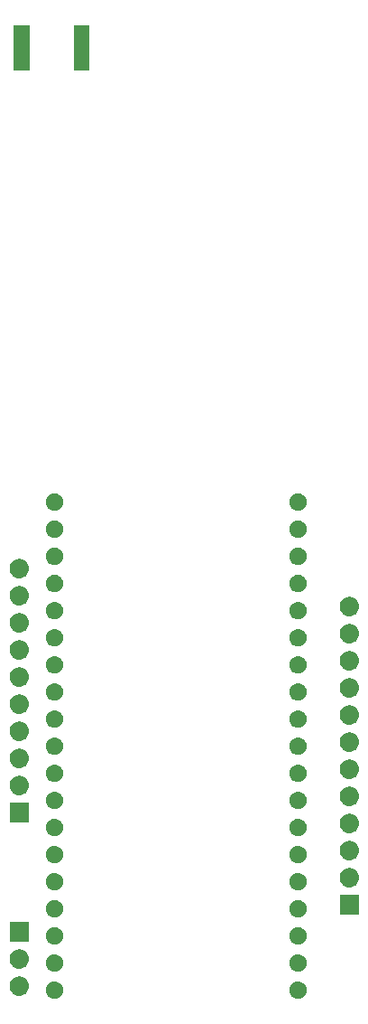
<source format=gbs>
G04 #@! TF.GenerationSoftware,KiCad,Pcbnew,5.0.2+dfsg1-1*
G04 #@! TF.CreationDate,2021-11-22T09:36:44+02:00*
G04 #@! TF.ProjectId,lora_tracker,6c6f7261-5f74-4726-9163-6b65722e6b69,rev?*
G04 #@! TF.SameCoordinates,Original*
G04 #@! TF.FileFunction,Soldermask,Bot*
G04 #@! TF.FilePolarity,Negative*
%FSLAX46Y46*%
G04 Gerber Fmt 4.6, Leading zero omitted, Abs format (unit mm)*
G04 Created by KiCad (PCBNEW 5.0.2+dfsg1-1) date Mon 22 Nov 2021 09:36:44 AM EET*
%MOMM*%
%LPD*%
G01*
G04 APERTURE LIST*
%ADD10C,0.150000*%
G04 APERTURE END LIST*
D10*
G36*
X105647142Y-133203242D02*
X105761583Y-133250646D01*
X105778213Y-133257534D01*
X105795102Y-133264530D01*
X105928258Y-133353502D01*
X106041498Y-133466742D01*
X106130470Y-133599898D01*
X106191758Y-133747858D01*
X106223000Y-133904925D01*
X106223000Y-134065075D01*
X106191758Y-134222142D01*
X106130470Y-134370102D01*
X106041498Y-134503258D01*
X105928258Y-134616498D01*
X105795102Y-134705470D01*
X105647142Y-134766758D01*
X105490075Y-134798000D01*
X105329925Y-134798000D01*
X105172858Y-134766758D01*
X105024898Y-134705470D01*
X104891742Y-134616498D01*
X104778502Y-134503258D01*
X104689530Y-134370102D01*
X104628242Y-134222142D01*
X104597000Y-134065075D01*
X104597000Y-133904925D01*
X104628242Y-133747858D01*
X104689530Y-133599898D01*
X104778502Y-133466742D01*
X104891742Y-133353502D01*
X105024898Y-133264530D01*
X105041788Y-133257534D01*
X105058417Y-133250646D01*
X105172858Y-133203242D01*
X105329925Y-133172000D01*
X105490075Y-133172000D01*
X105647142Y-133203242D01*
X105647142Y-133203242D01*
G37*
G36*
X82787142Y-133203242D02*
X82901583Y-133250646D01*
X82918213Y-133257534D01*
X82935102Y-133264530D01*
X83068258Y-133353502D01*
X83181498Y-133466742D01*
X83270470Y-133599898D01*
X83331758Y-133747858D01*
X83363000Y-133904925D01*
X83363000Y-134065075D01*
X83331758Y-134222142D01*
X83270470Y-134370102D01*
X83181498Y-134503258D01*
X83068258Y-134616498D01*
X82935102Y-134705470D01*
X82787142Y-134766758D01*
X82630075Y-134798000D01*
X82469925Y-134798000D01*
X82312858Y-134766758D01*
X82164898Y-134705470D01*
X82031742Y-134616498D01*
X81918502Y-134503258D01*
X81829530Y-134370102D01*
X81768242Y-134222142D01*
X81737000Y-134065075D01*
X81737000Y-133904925D01*
X81768242Y-133747858D01*
X81829530Y-133599898D01*
X81918502Y-133466742D01*
X82031742Y-133353502D01*
X82164898Y-133264530D01*
X82181788Y-133257534D01*
X82198417Y-133250646D01*
X82312858Y-133203242D01*
X82469925Y-133172000D01*
X82630075Y-133172000D01*
X82787142Y-133203242D01*
X82787142Y-133203242D01*
G37*
G36*
X79358442Y-132709518D02*
X79424627Y-132716037D01*
X79537853Y-132750384D01*
X79594467Y-132767557D01*
X79733087Y-132841652D01*
X79750991Y-132851222D01*
X79786729Y-132880552D01*
X79888186Y-132963814D01*
X79971448Y-133065271D01*
X80000778Y-133101009D01*
X80000779Y-133101011D01*
X80084443Y-133257533D01*
X80084443Y-133257534D01*
X80135963Y-133427373D01*
X80153359Y-133604000D01*
X80135963Y-133780627D01*
X80101616Y-133893853D01*
X80084443Y-133950467D01*
X80023183Y-134065074D01*
X80000778Y-134106991D01*
X79971448Y-134142729D01*
X79888186Y-134244186D01*
X79786729Y-134327448D01*
X79750991Y-134356778D01*
X79750989Y-134356779D01*
X79594467Y-134440443D01*
X79537853Y-134457616D01*
X79424627Y-134491963D01*
X79358442Y-134498482D01*
X79292260Y-134505000D01*
X79203740Y-134505000D01*
X79137558Y-134498482D01*
X79071373Y-134491963D01*
X78958147Y-134457616D01*
X78901533Y-134440443D01*
X78745011Y-134356779D01*
X78745009Y-134356778D01*
X78709271Y-134327448D01*
X78607814Y-134244186D01*
X78524552Y-134142729D01*
X78495222Y-134106991D01*
X78472817Y-134065074D01*
X78411557Y-133950467D01*
X78394384Y-133893853D01*
X78360037Y-133780627D01*
X78342641Y-133604000D01*
X78360037Y-133427373D01*
X78411557Y-133257534D01*
X78411557Y-133257533D01*
X78495221Y-133101011D01*
X78495222Y-133101009D01*
X78524552Y-133065271D01*
X78607814Y-132963814D01*
X78709271Y-132880552D01*
X78745009Y-132851222D01*
X78762913Y-132841652D01*
X78901533Y-132767557D01*
X78958147Y-132750384D01*
X79071373Y-132716037D01*
X79137558Y-132709518D01*
X79203740Y-132703000D01*
X79292260Y-132703000D01*
X79358442Y-132709518D01*
X79358442Y-132709518D01*
G37*
G36*
X105647142Y-130663242D02*
X105761583Y-130710646D01*
X105778213Y-130717534D01*
X105795102Y-130724530D01*
X105928258Y-130813502D01*
X106041498Y-130926742D01*
X106130470Y-131059898D01*
X106191758Y-131207858D01*
X106223000Y-131364925D01*
X106223000Y-131525075D01*
X106191758Y-131682142D01*
X106130470Y-131830102D01*
X106041498Y-131963258D01*
X105928258Y-132076498D01*
X105795102Y-132165470D01*
X105647142Y-132226758D01*
X105490075Y-132258000D01*
X105329925Y-132258000D01*
X105172858Y-132226758D01*
X105024898Y-132165470D01*
X104891742Y-132076498D01*
X104778502Y-131963258D01*
X104689530Y-131830102D01*
X104628242Y-131682142D01*
X104597000Y-131525075D01*
X104597000Y-131364925D01*
X104628242Y-131207858D01*
X104689530Y-131059898D01*
X104778502Y-130926742D01*
X104891742Y-130813502D01*
X105024898Y-130724530D01*
X105041788Y-130717534D01*
X105058417Y-130710646D01*
X105172858Y-130663242D01*
X105329925Y-130632000D01*
X105490075Y-130632000D01*
X105647142Y-130663242D01*
X105647142Y-130663242D01*
G37*
G36*
X82787142Y-130663242D02*
X82901583Y-130710646D01*
X82918213Y-130717534D01*
X82935102Y-130724530D01*
X83068258Y-130813502D01*
X83181498Y-130926742D01*
X83270470Y-131059898D01*
X83331758Y-131207858D01*
X83363000Y-131364925D01*
X83363000Y-131525075D01*
X83331758Y-131682142D01*
X83270470Y-131830102D01*
X83181498Y-131963258D01*
X83068258Y-132076498D01*
X82935102Y-132165470D01*
X82787142Y-132226758D01*
X82630075Y-132258000D01*
X82469925Y-132258000D01*
X82312858Y-132226758D01*
X82164898Y-132165470D01*
X82031742Y-132076498D01*
X81918502Y-131963258D01*
X81829530Y-131830102D01*
X81768242Y-131682142D01*
X81737000Y-131525075D01*
X81737000Y-131364925D01*
X81768242Y-131207858D01*
X81829530Y-131059898D01*
X81918502Y-130926742D01*
X82031742Y-130813502D01*
X82164898Y-130724530D01*
X82181788Y-130717534D01*
X82198417Y-130710646D01*
X82312858Y-130663242D01*
X82469925Y-130632000D01*
X82630075Y-130632000D01*
X82787142Y-130663242D01*
X82787142Y-130663242D01*
G37*
G36*
X79358442Y-130169518D02*
X79424627Y-130176037D01*
X79537853Y-130210384D01*
X79594467Y-130227557D01*
X79733087Y-130301652D01*
X79750991Y-130311222D01*
X79786729Y-130340552D01*
X79888186Y-130423814D01*
X79971448Y-130525271D01*
X80000778Y-130561009D01*
X80000779Y-130561011D01*
X80084443Y-130717533D01*
X80084443Y-130717534D01*
X80135963Y-130887373D01*
X80153359Y-131064000D01*
X80135963Y-131240627D01*
X80101616Y-131353853D01*
X80084443Y-131410467D01*
X80023183Y-131525074D01*
X80000778Y-131566991D01*
X79971448Y-131602729D01*
X79888186Y-131704186D01*
X79786729Y-131787448D01*
X79750991Y-131816778D01*
X79750989Y-131816779D01*
X79594467Y-131900443D01*
X79537853Y-131917616D01*
X79424627Y-131951963D01*
X79358443Y-131958481D01*
X79292260Y-131965000D01*
X79203740Y-131965000D01*
X79137557Y-131958481D01*
X79071373Y-131951963D01*
X78958147Y-131917616D01*
X78901533Y-131900443D01*
X78745011Y-131816779D01*
X78745009Y-131816778D01*
X78709271Y-131787448D01*
X78607814Y-131704186D01*
X78524552Y-131602729D01*
X78495222Y-131566991D01*
X78472817Y-131525074D01*
X78411557Y-131410467D01*
X78394384Y-131353853D01*
X78360037Y-131240627D01*
X78342641Y-131064000D01*
X78360037Y-130887373D01*
X78411557Y-130717534D01*
X78411557Y-130717533D01*
X78495221Y-130561011D01*
X78495222Y-130561009D01*
X78524552Y-130525271D01*
X78607814Y-130423814D01*
X78709271Y-130340552D01*
X78745009Y-130311222D01*
X78762913Y-130301652D01*
X78901533Y-130227557D01*
X78958147Y-130210384D01*
X79071373Y-130176037D01*
X79137558Y-130169518D01*
X79203740Y-130163000D01*
X79292260Y-130163000D01*
X79358442Y-130169518D01*
X79358442Y-130169518D01*
G37*
G36*
X105647142Y-128123242D02*
X105795102Y-128184530D01*
X105928258Y-128273502D01*
X106041498Y-128386742D01*
X106130470Y-128519898D01*
X106191758Y-128667858D01*
X106223000Y-128824925D01*
X106223000Y-128985075D01*
X106191758Y-129142142D01*
X106130470Y-129290102D01*
X106041498Y-129423258D01*
X105928258Y-129536498D01*
X105795102Y-129625470D01*
X105647142Y-129686758D01*
X105490075Y-129718000D01*
X105329925Y-129718000D01*
X105172858Y-129686758D01*
X105024898Y-129625470D01*
X104891742Y-129536498D01*
X104778502Y-129423258D01*
X104689530Y-129290102D01*
X104628242Y-129142142D01*
X104597000Y-128985075D01*
X104597000Y-128824925D01*
X104628242Y-128667858D01*
X104689530Y-128519898D01*
X104778502Y-128386742D01*
X104891742Y-128273502D01*
X105024898Y-128184530D01*
X105172858Y-128123242D01*
X105329925Y-128092000D01*
X105490075Y-128092000D01*
X105647142Y-128123242D01*
X105647142Y-128123242D01*
G37*
G36*
X82787142Y-128123242D02*
X82935102Y-128184530D01*
X83068258Y-128273502D01*
X83181498Y-128386742D01*
X83270470Y-128519898D01*
X83331758Y-128667858D01*
X83363000Y-128824925D01*
X83363000Y-128985075D01*
X83331758Y-129142142D01*
X83270470Y-129290102D01*
X83181498Y-129423258D01*
X83068258Y-129536498D01*
X82935102Y-129625470D01*
X82787142Y-129686758D01*
X82630075Y-129718000D01*
X82469925Y-129718000D01*
X82312858Y-129686758D01*
X82164898Y-129625470D01*
X82031742Y-129536498D01*
X81918502Y-129423258D01*
X81829530Y-129290102D01*
X81768242Y-129142142D01*
X81737000Y-128985075D01*
X81737000Y-128824925D01*
X81768242Y-128667858D01*
X81829530Y-128519898D01*
X81918502Y-128386742D01*
X82031742Y-128273502D01*
X82164898Y-128184530D01*
X82312858Y-128123242D01*
X82469925Y-128092000D01*
X82630075Y-128092000D01*
X82787142Y-128123242D01*
X82787142Y-128123242D01*
G37*
G36*
X80149000Y-129425000D02*
X78347000Y-129425000D01*
X78347000Y-127623000D01*
X80149000Y-127623000D01*
X80149000Y-129425000D01*
X80149000Y-129425000D01*
G37*
G36*
X105647142Y-125583242D02*
X105795102Y-125644530D01*
X105928258Y-125733502D01*
X106041498Y-125846742D01*
X106130470Y-125979898D01*
X106191758Y-126127858D01*
X106223000Y-126284925D01*
X106223000Y-126445075D01*
X106191758Y-126602142D01*
X106130470Y-126750102D01*
X106041498Y-126883258D01*
X105928258Y-126996498D01*
X105795102Y-127085470D01*
X105647142Y-127146758D01*
X105490075Y-127178000D01*
X105329925Y-127178000D01*
X105172858Y-127146758D01*
X105024898Y-127085470D01*
X104891742Y-126996498D01*
X104778502Y-126883258D01*
X104689530Y-126750102D01*
X104628242Y-126602142D01*
X104597000Y-126445075D01*
X104597000Y-126284925D01*
X104628242Y-126127858D01*
X104689530Y-125979898D01*
X104778502Y-125846742D01*
X104891742Y-125733502D01*
X105024898Y-125644530D01*
X105172858Y-125583242D01*
X105329925Y-125552000D01*
X105490075Y-125552000D01*
X105647142Y-125583242D01*
X105647142Y-125583242D01*
G37*
G36*
X82787142Y-125583242D02*
X82935102Y-125644530D01*
X83068258Y-125733502D01*
X83181498Y-125846742D01*
X83270470Y-125979898D01*
X83331758Y-126127858D01*
X83363000Y-126284925D01*
X83363000Y-126445075D01*
X83331758Y-126602142D01*
X83270470Y-126750102D01*
X83181498Y-126883258D01*
X83068258Y-126996498D01*
X82935102Y-127085470D01*
X82787142Y-127146758D01*
X82630075Y-127178000D01*
X82469925Y-127178000D01*
X82312858Y-127146758D01*
X82164898Y-127085470D01*
X82031742Y-126996498D01*
X81918502Y-126883258D01*
X81829530Y-126750102D01*
X81768242Y-126602142D01*
X81737000Y-126445075D01*
X81737000Y-126284925D01*
X81768242Y-126127858D01*
X81829530Y-125979898D01*
X81918502Y-125846742D01*
X82031742Y-125733502D01*
X82164898Y-125644530D01*
X82312858Y-125583242D01*
X82469925Y-125552000D01*
X82630075Y-125552000D01*
X82787142Y-125583242D01*
X82787142Y-125583242D01*
G37*
G36*
X111137000Y-126885000D02*
X109335000Y-126885000D01*
X109335000Y-125083000D01*
X111137000Y-125083000D01*
X111137000Y-126885000D01*
X111137000Y-126885000D01*
G37*
G36*
X105647142Y-123043242D02*
X105761583Y-123090646D01*
X105778213Y-123097534D01*
X105795102Y-123104530D01*
X105928258Y-123193502D01*
X106041498Y-123306742D01*
X106130470Y-123439898D01*
X106191758Y-123587858D01*
X106223000Y-123744925D01*
X106223000Y-123905075D01*
X106191758Y-124062142D01*
X106130470Y-124210102D01*
X106041498Y-124343258D01*
X105928258Y-124456498D01*
X105795102Y-124545470D01*
X105647142Y-124606758D01*
X105490075Y-124638000D01*
X105329925Y-124638000D01*
X105172858Y-124606758D01*
X105024898Y-124545470D01*
X104891742Y-124456498D01*
X104778502Y-124343258D01*
X104689530Y-124210102D01*
X104628242Y-124062142D01*
X104597000Y-123905075D01*
X104597000Y-123744925D01*
X104628242Y-123587858D01*
X104689530Y-123439898D01*
X104778502Y-123306742D01*
X104891742Y-123193502D01*
X105024898Y-123104530D01*
X105041788Y-123097534D01*
X105058417Y-123090646D01*
X105172858Y-123043242D01*
X105329925Y-123012000D01*
X105490075Y-123012000D01*
X105647142Y-123043242D01*
X105647142Y-123043242D01*
G37*
G36*
X82787142Y-123043242D02*
X82901583Y-123090646D01*
X82918213Y-123097534D01*
X82935102Y-123104530D01*
X83068258Y-123193502D01*
X83181498Y-123306742D01*
X83270470Y-123439898D01*
X83331758Y-123587858D01*
X83363000Y-123744925D01*
X83363000Y-123905075D01*
X83331758Y-124062142D01*
X83270470Y-124210102D01*
X83181498Y-124343258D01*
X83068258Y-124456498D01*
X82935102Y-124545470D01*
X82787142Y-124606758D01*
X82630075Y-124638000D01*
X82469925Y-124638000D01*
X82312858Y-124606758D01*
X82164898Y-124545470D01*
X82031742Y-124456498D01*
X81918502Y-124343258D01*
X81829530Y-124210102D01*
X81768242Y-124062142D01*
X81737000Y-123905075D01*
X81737000Y-123744925D01*
X81768242Y-123587858D01*
X81829530Y-123439898D01*
X81918502Y-123306742D01*
X82031742Y-123193502D01*
X82164898Y-123104530D01*
X82181788Y-123097534D01*
X82198417Y-123090646D01*
X82312858Y-123043242D01*
X82469925Y-123012000D01*
X82630075Y-123012000D01*
X82787142Y-123043242D01*
X82787142Y-123043242D01*
G37*
G36*
X110346443Y-122549519D02*
X110412627Y-122556037D01*
X110525853Y-122590384D01*
X110582467Y-122607557D01*
X110721087Y-122681652D01*
X110738991Y-122691222D01*
X110774729Y-122720552D01*
X110876186Y-122803814D01*
X110959448Y-122905271D01*
X110988778Y-122941009D01*
X110988779Y-122941011D01*
X111072443Y-123097533D01*
X111072443Y-123097534D01*
X111123963Y-123267373D01*
X111141359Y-123444000D01*
X111123963Y-123620627D01*
X111089616Y-123733853D01*
X111072443Y-123790467D01*
X111011183Y-123905074D01*
X110988778Y-123946991D01*
X110959448Y-123982729D01*
X110876186Y-124084186D01*
X110774729Y-124167448D01*
X110738991Y-124196778D01*
X110738989Y-124196779D01*
X110582467Y-124280443D01*
X110525853Y-124297616D01*
X110412627Y-124331963D01*
X110346442Y-124338482D01*
X110280260Y-124345000D01*
X110191740Y-124345000D01*
X110125558Y-124338482D01*
X110059373Y-124331963D01*
X109946147Y-124297616D01*
X109889533Y-124280443D01*
X109733011Y-124196779D01*
X109733009Y-124196778D01*
X109697271Y-124167448D01*
X109595814Y-124084186D01*
X109512552Y-123982729D01*
X109483222Y-123946991D01*
X109460817Y-123905074D01*
X109399557Y-123790467D01*
X109382384Y-123733853D01*
X109348037Y-123620627D01*
X109330641Y-123444000D01*
X109348037Y-123267373D01*
X109399557Y-123097534D01*
X109399557Y-123097533D01*
X109483221Y-122941011D01*
X109483222Y-122941009D01*
X109512552Y-122905271D01*
X109595814Y-122803814D01*
X109697271Y-122720552D01*
X109733009Y-122691222D01*
X109750913Y-122681652D01*
X109889533Y-122607557D01*
X109946147Y-122590384D01*
X110059373Y-122556037D01*
X110125557Y-122549519D01*
X110191740Y-122543000D01*
X110280260Y-122543000D01*
X110346443Y-122549519D01*
X110346443Y-122549519D01*
G37*
G36*
X105647142Y-120503242D02*
X105761583Y-120550646D01*
X105778213Y-120557534D01*
X105795102Y-120564530D01*
X105928258Y-120653502D01*
X106041498Y-120766742D01*
X106130470Y-120899898D01*
X106191758Y-121047858D01*
X106223000Y-121204925D01*
X106223000Y-121365075D01*
X106191758Y-121522142D01*
X106130470Y-121670102D01*
X106041498Y-121803258D01*
X105928258Y-121916498D01*
X105795102Y-122005470D01*
X105647142Y-122066758D01*
X105490075Y-122098000D01*
X105329925Y-122098000D01*
X105172858Y-122066758D01*
X105024898Y-122005470D01*
X104891742Y-121916498D01*
X104778502Y-121803258D01*
X104689530Y-121670102D01*
X104628242Y-121522142D01*
X104597000Y-121365075D01*
X104597000Y-121204925D01*
X104628242Y-121047858D01*
X104689530Y-120899898D01*
X104778502Y-120766742D01*
X104891742Y-120653502D01*
X105024898Y-120564530D01*
X105041788Y-120557534D01*
X105058417Y-120550646D01*
X105172858Y-120503242D01*
X105329925Y-120472000D01*
X105490075Y-120472000D01*
X105647142Y-120503242D01*
X105647142Y-120503242D01*
G37*
G36*
X82787142Y-120503242D02*
X82901583Y-120550646D01*
X82918213Y-120557534D01*
X82935102Y-120564530D01*
X83068258Y-120653502D01*
X83181498Y-120766742D01*
X83270470Y-120899898D01*
X83331758Y-121047858D01*
X83363000Y-121204925D01*
X83363000Y-121365075D01*
X83331758Y-121522142D01*
X83270470Y-121670102D01*
X83181498Y-121803258D01*
X83068258Y-121916498D01*
X82935102Y-122005470D01*
X82787142Y-122066758D01*
X82630075Y-122098000D01*
X82469925Y-122098000D01*
X82312858Y-122066758D01*
X82164898Y-122005470D01*
X82031742Y-121916498D01*
X81918502Y-121803258D01*
X81829530Y-121670102D01*
X81768242Y-121522142D01*
X81737000Y-121365075D01*
X81737000Y-121204925D01*
X81768242Y-121047858D01*
X81829530Y-120899898D01*
X81918502Y-120766742D01*
X82031742Y-120653502D01*
X82164898Y-120564530D01*
X82181788Y-120557534D01*
X82198417Y-120550646D01*
X82312858Y-120503242D01*
X82469925Y-120472000D01*
X82630075Y-120472000D01*
X82787142Y-120503242D01*
X82787142Y-120503242D01*
G37*
G36*
X110346443Y-120009519D02*
X110412627Y-120016037D01*
X110525853Y-120050384D01*
X110582467Y-120067557D01*
X110721087Y-120141652D01*
X110738991Y-120151222D01*
X110774729Y-120180552D01*
X110876186Y-120263814D01*
X110959448Y-120365271D01*
X110988778Y-120401009D01*
X110988779Y-120401011D01*
X111072443Y-120557533D01*
X111072443Y-120557534D01*
X111123963Y-120727373D01*
X111141359Y-120904000D01*
X111123963Y-121080627D01*
X111089616Y-121193853D01*
X111072443Y-121250467D01*
X111011183Y-121365074D01*
X110988778Y-121406991D01*
X110959448Y-121442729D01*
X110876186Y-121544186D01*
X110774729Y-121627448D01*
X110738991Y-121656778D01*
X110738989Y-121656779D01*
X110582467Y-121740443D01*
X110525853Y-121757616D01*
X110412627Y-121791963D01*
X110346442Y-121798482D01*
X110280260Y-121805000D01*
X110191740Y-121805000D01*
X110125558Y-121798482D01*
X110059373Y-121791963D01*
X109946147Y-121757616D01*
X109889533Y-121740443D01*
X109733011Y-121656779D01*
X109733009Y-121656778D01*
X109697271Y-121627448D01*
X109595814Y-121544186D01*
X109512552Y-121442729D01*
X109483222Y-121406991D01*
X109460817Y-121365074D01*
X109399557Y-121250467D01*
X109382384Y-121193853D01*
X109348037Y-121080627D01*
X109330641Y-120904000D01*
X109348037Y-120727373D01*
X109399557Y-120557534D01*
X109399557Y-120557533D01*
X109483221Y-120401011D01*
X109483222Y-120401009D01*
X109512552Y-120365271D01*
X109595814Y-120263814D01*
X109697271Y-120180552D01*
X109733009Y-120151222D01*
X109750913Y-120141652D01*
X109889533Y-120067557D01*
X109946147Y-120050384D01*
X110059373Y-120016037D01*
X110125557Y-120009519D01*
X110191740Y-120003000D01*
X110280260Y-120003000D01*
X110346443Y-120009519D01*
X110346443Y-120009519D01*
G37*
G36*
X82787142Y-117963242D02*
X82901583Y-118010646D01*
X82918213Y-118017534D01*
X82935102Y-118024530D01*
X83002130Y-118069317D01*
X83068257Y-118113501D01*
X83181499Y-118226743D01*
X83225683Y-118292870D01*
X83270470Y-118359898D01*
X83331758Y-118507858D01*
X83363000Y-118664925D01*
X83363000Y-118825075D01*
X83331758Y-118982142D01*
X83270470Y-119130102D01*
X83181498Y-119263258D01*
X83068258Y-119376498D01*
X82935102Y-119465470D01*
X82787142Y-119526758D01*
X82630075Y-119558000D01*
X82469925Y-119558000D01*
X82312858Y-119526758D01*
X82164898Y-119465470D01*
X82031742Y-119376498D01*
X81918502Y-119263258D01*
X81829530Y-119130102D01*
X81768242Y-118982142D01*
X81737000Y-118825075D01*
X81737000Y-118664925D01*
X81768242Y-118507858D01*
X81829530Y-118359898D01*
X81874317Y-118292870D01*
X81918501Y-118226743D01*
X82031743Y-118113501D01*
X82097870Y-118069317D01*
X82164898Y-118024530D01*
X82181788Y-118017534D01*
X82198417Y-118010646D01*
X82312858Y-117963242D01*
X82469925Y-117932000D01*
X82630075Y-117932000D01*
X82787142Y-117963242D01*
X82787142Y-117963242D01*
G37*
G36*
X105647142Y-117963242D02*
X105761583Y-118010646D01*
X105778213Y-118017534D01*
X105795102Y-118024530D01*
X105862130Y-118069317D01*
X105928257Y-118113501D01*
X106041499Y-118226743D01*
X106085683Y-118292870D01*
X106130470Y-118359898D01*
X106191758Y-118507858D01*
X106223000Y-118664925D01*
X106223000Y-118825075D01*
X106191758Y-118982142D01*
X106130470Y-119130102D01*
X106041498Y-119263258D01*
X105928258Y-119376498D01*
X105795102Y-119465470D01*
X105647142Y-119526758D01*
X105490075Y-119558000D01*
X105329925Y-119558000D01*
X105172858Y-119526758D01*
X105024898Y-119465470D01*
X104891742Y-119376498D01*
X104778502Y-119263258D01*
X104689530Y-119130102D01*
X104628242Y-118982142D01*
X104597000Y-118825075D01*
X104597000Y-118664925D01*
X104628242Y-118507858D01*
X104689530Y-118359898D01*
X104734317Y-118292870D01*
X104778501Y-118226743D01*
X104891743Y-118113501D01*
X104957870Y-118069317D01*
X105024898Y-118024530D01*
X105041788Y-118017534D01*
X105058417Y-118010646D01*
X105172858Y-117963242D01*
X105329925Y-117932000D01*
X105490075Y-117932000D01*
X105647142Y-117963242D01*
X105647142Y-117963242D01*
G37*
G36*
X110346442Y-117469518D02*
X110412627Y-117476037D01*
X110525853Y-117510384D01*
X110582467Y-117527557D01*
X110721087Y-117601652D01*
X110738991Y-117611222D01*
X110774729Y-117640552D01*
X110876186Y-117723814D01*
X110959448Y-117825271D01*
X110988778Y-117861009D01*
X110988779Y-117861011D01*
X111072443Y-118017533D01*
X111072443Y-118017534D01*
X111123963Y-118187373D01*
X111141359Y-118364000D01*
X111123963Y-118540627D01*
X111089616Y-118653853D01*
X111072443Y-118710467D01*
X111011183Y-118825074D01*
X110988778Y-118866991D01*
X110959448Y-118902729D01*
X110876186Y-119004186D01*
X110774729Y-119087448D01*
X110738991Y-119116778D01*
X110738989Y-119116779D01*
X110582467Y-119200443D01*
X110525853Y-119217616D01*
X110412627Y-119251963D01*
X110346443Y-119258481D01*
X110280260Y-119265000D01*
X110191740Y-119265000D01*
X110125557Y-119258481D01*
X110059373Y-119251963D01*
X109946147Y-119217616D01*
X109889533Y-119200443D01*
X109733011Y-119116779D01*
X109733009Y-119116778D01*
X109697271Y-119087448D01*
X109595814Y-119004186D01*
X109512552Y-118902729D01*
X109483222Y-118866991D01*
X109460817Y-118825074D01*
X109399557Y-118710467D01*
X109382384Y-118653853D01*
X109348037Y-118540627D01*
X109330641Y-118364000D01*
X109348037Y-118187373D01*
X109399557Y-118017534D01*
X109399557Y-118017533D01*
X109483221Y-117861011D01*
X109483222Y-117861009D01*
X109512552Y-117825271D01*
X109595814Y-117723814D01*
X109697271Y-117640552D01*
X109733009Y-117611222D01*
X109750913Y-117601652D01*
X109889533Y-117527557D01*
X109946147Y-117510384D01*
X110059373Y-117476037D01*
X110125558Y-117469518D01*
X110191740Y-117463000D01*
X110280260Y-117463000D01*
X110346442Y-117469518D01*
X110346442Y-117469518D01*
G37*
G36*
X80149000Y-118249000D02*
X78347000Y-118249000D01*
X78347000Y-116447000D01*
X80149000Y-116447000D01*
X80149000Y-118249000D01*
X80149000Y-118249000D01*
G37*
G36*
X82787142Y-115423242D02*
X82847361Y-115448186D01*
X82918213Y-115477534D01*
X82935102Y-115484530D01*
X83002130Y-115529317D01*
X83068257Y-115573501D01*
X83181499Y-115686743D01*
X83225683Y-115752870D01*
X83270470Y-115819898D01*
X83331758Y-115967858D01*
X83363000Y-116124925D01*
X83363000Y-116285075D01*
X83331758Y-116442142D01*
X83270470Y-116590102D01*
X83181498Y-116723258D01*
X83068258Y-116836498D01*
X82935102Y-116925470D01*
X82787142Y-116986758D01*
X82630075Y-117018000D01*
X82469925Y-117018000D01*
X82312858Y-116986758D01*
X82164898Y-116925470D01*
X82031742Y-116836498D01*
X81918502Y-116723258D01*
X81829530Y-116590102D01*
X81768242Y-116442142D01*
X81737000Y-116285075D01*
X81737000Y-116124925D01*
X81768242Y-115967858D01*
X81829530Y-115819898D01*
X81874317Y-115752870D01*
X81918501Y-115686743D01*
X82031743Y-115573501D01*
X82097870Y-115529317D01*
X82164898Y-115484530D01*
X82181788Y-115477534D01*
X82252639Y-115448186D01*
X82312858Y-115423242D01*
X82469925Y-115392000D01*
X82630075Y-115392000D01*
X82787142Y-115423242D01*
X82787142Y-115423242D01*
G37*
G36*
X105647142Y-115423242D02*
X105707361Y-115448186D01*
X105778213Y-115477534D01*
X105795102Y-115484530D01*
X105862130Y-115529317D01*
X105928257Y-115573501D01*
X106041499Y-115686743D01*
X106085683Y-115752870D01*
X106130470Y-115819898D01*
X106191758Y-115967858D01*
X106223000Y-116124925D01*
X106223000Y-116285075D01*
X106191758Y-116442142D01*
X106130470Y-116590102D01*
X106041498Y-116723258D01*
X105928258Y-116836498D01*
X105795102Y-116925470D01*
X105647142Y-116986758D01*
X105490075Y-117018000D01*
X105329925Y-117018000D01*
X105172858Y-116986758D01*
X105024898Y-116925470D01*
X104891742Y-116836498D01*
X104778502Y-116723258D01*
X104689530Y-116590102D01*
X104628242Y-116442142D01*
X104597000Y-116285075D01*
X104597000Y-116124925D01*
X104628242Y-115967858D01*
X104689530Y-115819898D01*
X104734317Y-115752870D01*
X104778501Y-115686743D01*
X104891743Y-115573501D01*
X104957870Y-115529317D01*
X105024898Y-115484530D01*
X105041788Y-115477534D01*
X105112639Y-115448186D01*
X105172858Y-115423242D01*
X105329925Y-115392000D01*
X105490075Y-115392000D01*
X105647142Y-115423242D01*
X105647142Y-115423242D01*
G37*
G36*
X110346443Y-114929519D02*
X110412627Y-114936037D01*
X110525853Y-114970384D01*
X110582467Y-114987557D01*
X110721087Y-115061652D01*
X110738991Y-115071222D01*
X110774729Y-115100552D01*
X110876186Y-115183814D01*
X110959448Y-115285271D01*
X110988778Y-115321009D01*
X110988779Y-115321011D01*
X111072443Y-115477533D01*
X111072443Y-115477534D01*
X111123963Y-115647373D01*
X111141359Y-115824000D01*
X111123963Y-116000627D01*
X111089616Y-116113853D01*
X111072443Y-116170467D01*
X111011183Y-116285074D01*
X110988778Y-116326991D01*
X110959448Y-116362729D01*
X110876186Y-116464186D01*
X110774729Y-116547448D01*
X110738991Y-116576778D01*
X110738989Y-116576779D01*
X110582467Y-116660443D01*
X110525853Y-116677616D01*
X110412627Y-116711963D01*
X110346443Y-116718481D01*
X110280260Y-116725000D01*
X110191740Y-116725000D01*
X110125557Y-116718481D01*
X110059373Y-116711963D01*
X109946147Y-116677616D01*
X109889533Y-116660443D01*
X109733011Y-116576779D01*
X109733009Y-116576778D01*
X109697271Y-116547448D01*
X109595814Y-116464186D01*
X109512552Y-116362729D01*
X109483222Y-116326991D01*
X109460817Y-116285074D01*
X109399557Y-116170467D01*
X109382384Y-116113853D01*
X109348037Y-116000627D01*
X109330641Y-115824000D01*
X109348037Y-115647373D01*
X109399557Y-115477534D01*
X109399557Y-115477533D01*
X109483221Y-115321011D01*
X109483222Y-115321009D01*
X109512552Y-115285271D01*
X109595814Y-115183814D01*
X109697271Y-115100552D01*
X109733009Y-115071222D01*
X109750913Y-115061652D01*
X109889533Y-114987557D01*
X109946147Y-114970384D01*
X110059373Y-114936037D01*
X110125557Y-114929519D01*
X110191740Y-114923000D01*
X110280260Y-114923000D01*
X110346443Y-114929519D01*
X110346443Y-114929519D01*
G37*
G36*
X79358442Y-113913518D02*
X79424627Y-113920037D01*
X79537853Y-113954384D01*
X79594467Y-113971557D01*
X79716485Y-114036778D01*
X79750991Y-114055222D01*
X79786729Y-114084552D01*
X79888186Y-114167814D01*
X79971448Y-114269271D01*
X80000778Y-114305009D01*
X80000779Y-114305011D01*
X80084443Y-114461533D01*
X80084443Y-114461534D01*
X80135963Y-114631373D01*
X80153359Y-114808000D01*
X80135963Y-114984627D01*
X80135074Y-114987557D01*
X80084443Y-115154467D01*
X80068756Y-115183814D01*
X80000778Y-115310991D01*
X79971448Y-115346729D01*
X79888186Y-115448186D01*
X79786729Y-115531448D01*
X79750991Y-115560778D01*
X79750989Y-115560779D01*
X79594467Y-115644443D01*
X79537853Y-115661616D01*
X79424627Y-115695963D01*
X79358442Y-115702482D01*
X79292260Y-115709000D01*
X79203740Y-115709000D01*
X79137558Y-115702482D01*
X79071373Y-115695963D01*
X78958147Y-115661616D01*
X78901533Y-115644443D01*
X78745011Y-115560779D01*
X78745009Y-115560778D01*
X78709271Y-115531448D01*
X78607814Y-115448186D01*
X78524552Y-115346729D01*
X78495222Y-115310991D01*
X78427244Y-115183814D01*
X78411557Y-115154467D01*
X78360926Y-114987557D01*
X78360037Y-114984627D01*
X78342641Y-114808000D01*
X78360037Y-114631373D01*
X78411557Y-114461534D01*
X78411557Y-114461533D01*
X78495221Y-114305011D01*
X78495222Y-114305009D01*
X78524552Y-114269271D01*
X78607814Y-114167814D01*
X78709271Y-114084552D01*
X78745009Y-114055222D01*
X78779515Y-114036778D01*
X78901533Y-113971557D01*
X78958147Y-113954384D01*
X79071373Y-113920037D01*
X79137558Y-113913518D01*
X79203740Y-113907000D01*
X79292260Y-113907000D01*
X79358442Y-113913518D01*
X79358442Y-113913518D01*
G37*
G36*
X82787142Y-112883242D02*
X82847361Y-112908186D01*
X82918213Y-112937534D01*
X82935102Y-112944530D01*
X83002130Y-112989317D01*
X83068257Y-113033501D01*
X83181499Y-113146743D01*
X83225683Y-113212870D01*
X83270470Y-113279898D01*
X83331758Y-113427858D01*
X83363000Y-113584925D01*
X83363000Y-113745075D01*
X83331758Y-113902142D01*
X83270470Y-114050102D01*
X83267049Y-114055222D01*
X83181499Y-114183257D01*
X83068257Y-114296499D01*
X83002130Y-114340683D01*
X82935102Y-114385470D01*
X82787142Y-114446758D01*
X82630075Y-114478000D01*
X82469925Y-114478000D01*
X82312858Y-114446758D01*
X82164898Y-114385470D01*
X82097870Y-114340683D01*
X82031743Y-114296499D01*
X81918501Y-114183257D01*
X81832951Y-114055222D01*
X81829530Y-114050102D01*
X81768242Y-113902142D01*
X81737000Y-113745075D01*
X81737000Y-113584925D01*
X81768242Y-113427858D01*
X81829530Y-113279898D01*
X81874317Y-113212870D01*
X81918501Y-113146743D01*
X82031743Y-113033501D01*
X82097870Y-112989317D01*
X82164898Y-112944530D01*
X82181788Y-112937534D01*
X82252639Y-112908186D01*
X82312858Y-112883242D01*
X82469925Y-112852000D01*
X82630075Y-112852000D01*
X82787142Y-112883242D01*
X82787142Y-112883242D01*
G37*
G36*
X105647142Y-112883242D02*
X105707361Y-112908186D01*
X105778213Y-112937534D01*
X105795102Y-112944530D01*
X105862130Y-112989317D01*
X105928257Y-113033501D01*
X106041499Y-113146743D01*
X106085683Y-113212870D01*
X106130470Y-113279898D01*
X106191758Y-113427858D01*
X106223000Y-113584925D01*
X106223000Y-113745075D01*
X106191758Y-113902142D01*
X106130470Y-114050102D01*
X106127049Y-114055222D01*
X106041499Y-114183257D01*
X105928257Y-114296499D01*
X105862130Y-114340683D01*
X105795102Y-114385470D01*
X105647142Y-114446758D01*
X105490075Y-114478000D01*
X105329925Y-114478000D01*
X105172858Y-114446758D01*
X105024898Y-114385470D01*
X104957870Y-114340683D01*
X104891743Y-114296499D01*
X104778501Y-114183257D01*
X104692951Y-114055222D01*
X104689530Y-114050102D01*
X104628242Y-113902142D01*
X104597000Y-113745075D01*
X104597000Y-113584925D01*
X104628242Y-113427858D01*
X104689530Y-113279898D01*
X104734317Y-113212870D01*
X104778501Y-113146743D01*
X104891743Y-113033501D01*
X104957870Y-112989317D01*
X105024898Y-112944530D01*
X105041788Y-112937534D01*
X105112639Y-112908186D01*
X105172858Y-112883242D01*
X105329925Y-112852000D01*
X105490075Y-112852000D01*
X105647142Y-112883242D01*
X105647142Y-112883242D01*
G37*
G36*
X110346443Y-112389519D02*
X110412627Y-112396037D01*
X110525853Y-112430384D01*
X110582467Y-112447557D01*
X110721087Y-112521652D01*
X110738991Y-112531222D01*
X110774729Y-112560552D01*
X110876186Y-112643814D01*
X110959448Y-112745271D01*
X110988778Y-112781009D01*
X110988779Y-112781011D01*
X111072443Y-112937533D01*
X111072443Y-112937534D01*
X111123963Y-113107373D01*
X111141359Y-113284000D01*
X111123963Y-113460627D01*
X111089616Y-113573853D01*
X111072443Y-113630467D01*
X111011183Y-113745074D01*
X110988778Y-113786991D01*
X110959448Y-113822729D01*
X110876186Y-113924186D01*
X110774729Y-114007448D01*
X110738991Y-114036778D01*
X110738989Y-114036779D01*
X110582467Y-114120443D01*
X110525853Y-114137616D01*
X110412627Y-114171963D01*
X110346442Y-114178482D01*
X110280260Y-114185000D01*
X110191740Y-114185000D01*
X110125558Y-114178482D01*
X110059373Y-114171963D01*
X109946147Y-114137616D01*
X109889533Y-114120443D01*
X109733011Y-114036779D01*
X109733009Y-114036778D01*
X109697271Y-114007448D01*
X109595814Y-113924186D01*
X109512552Y-113822729D01*
X109483222Y-113786991D01*
X109460817Y-113745074D01*
X109399557Y-113630467D01*
X109382384Y-113573853D01*
X109348037Y-113460627D01*
X109330641Y-113284000D01*
X109348037Y-113107373D01*
X109399557Y-112937534D01*
X109399557Y-112937533D01*
X109483221Y-112781011D01*
X109483222Y-112781009D01*
X109512552Y-112745271D01*
X109595814Y-112643814D01*
X109697271Y-112560552D01*
X109733009Y-112531222D01*
X109750913Y-112521652D01*
X109889533Y-112447557D01*
X109946147Y-112430384D01*
X110059373Y-112396037D01*
X110125557Y-112389519D01*
X110191740Y-112383000D01*
X110280260Y-112383000D01*
X110346443Y-112389519D01*
X110346443Y-112389519D01*
G37*
G36*
X79358443Y-111373519D02*
X79424627Y-111380037D01*
X79537853Y-111414384D01*
X79594467Y-111431557D01*
X79716485Y-111496778D01*
X79750991Y-111515222D01*
X79786729Y-111544552D01*
X79888186Y-111627814D01*
X79971448Y-111729271D01*
X80000778Y-111765009D01*
X80000779Y-111765011D01*
X80084443Y-111921533D01*
X80084443Y-111921534D01*
X80135963Y-112091373D01*
X80153359Y-112268000D01*
X80135963Y-112444627D01*
X80135074Y-112447557D01*
X80084443Y-112614467D01*
X80068756Y-112643814D01*
X80000778Y-112770991D01*
X79971448Y-112806729D01*
X79888186Y-112908186D01*
X79786729Y-112991448D01*
X79750991Y-113020778D01*
X79750989Y-113020779D01*
X79594467Y-113104443D01*
X79537853Y-113121616D01*
X79424627Y-113155963D01*
X79358442Y-113162482D01*
X79292260Y-113169000D01*
X79203740Y-113169000D01*
X79137558Y-113162482D01*
X79071373Y-113155963D01*
X78958147Y-113121616D01*
X78901533Y-113104443D01*
X78745011Y-113020779D01*
X78745009Y-113020778D01*
X78709271Y-112991448D01*
X78607814Y-112908186D01*
X78524552Y-112806729D01*
X78495222Y-112770991D01*
X78427244Y-112643814D01*
X78411557Y-112614467D01*
X78360926Y-112447557D01*
X78360037Y-112444627D01*
X78342641Y-112268000D01*
X78360037Y-112091373D01*
X78411557Y-111921534D01*
X78411557Y-111921533D01*
X78495221Y-111765011D01*
X78495222Y-111765009D01*
X78524552Y-111729271D01*
X78607814Y-111627814D01*
X78709271Y-111544552D01*
X78745009Y-111515222D01*
X78779515Y-111496778D01*
X78901533Y-111431557D01*
X78958147Y-111414384D01*
X79071373Y-111380037D01*
X79137557Y-111373519D01*
X79203740Y-111367000D01*
X79292260Y-111367000D01*
X79358443Y-111373519D01*
X79358443Y-111373519D01*
G37*
G36*
X82787142Y-110343242D02*
X82847361Y-110368186D01*
X82918213Y-110397534D01*
X82935102Y-110404530D01*
X83002130Y-110449317D01*
X83068257Y-110493501D01*
X83181499Y-110606743D01*
X83225683Y-110672870D01*
X83270470Y-110739898D01*
X83331758Y-110887858D01*
X83363000Y-111044925D01*
X83363000Y-111205075D01*
X83331758Y-111362142D01*
X83270470Y-111510102D01*
X83267049Y-111515222D01*
X83181499Y-111643257D01*
X83068257Y-111756499D01*
X83002130Y-111800683D01*
X82935102Y-111845470D01*
X82787142Y-111906758D01*
X82630075Y-111938000D01*
X82469925Y-111938000D01*
X82312858Y-111906758D01*
X82164898Y-111845470D01*
X82097870Y-111800683D01*
X82031743Y-111756499D01*
X81918501Y-111643257D01*
X81832951Y-111515222D01*
X81829530Y-111510102D01*
X81768242Y-111362142D01*
X81737000Y-111205075D01*
X81737000Y-111044925D01*
X81768242Y-110887858D01*
X81829530Y-110739898D01*
X81874317Y-110672870D01*
X81918501Y-110606743D01*
X82031743Y-110493501D01*
X82097870Y-110449317D01*
X82164898Y-110404530D01*
X82181788Y-110397534D01*
X82252639Y-110368186D01*
X82312858Y-110343242D01*
X82469925Y-110312000D01*
X82630075Y-110312000D01*
X82787142Y-110343242D01*
X82787142Y-110343242D01*
G37*
G36*
X105647142Y-110343242D02*
X105707361Y-110368186D01*
X105778213Y-110397534D01*
X105795102Y-110404530D01*
X105862130Y-110449317D01*
X105928257Y-110493501D01*
X106041499Y-110606743D01*
X106085683Y-110672870D01*
X106130470Y-110739898D01*
X106191758Y-110887858D01*
X106223000Y-111044925D01*
X106223000Y-111205075D01*
X106191758Y-111362142D01*
X106130470Y-111510102D01*
X106127049Y-111515222D01*
X106041499Y-111643257D01*
X105928257Y-111756499D01*
X105862130Y-111800683D01*
X105795102Y-111845470D01*
X105647142Y-111906758D01*
X105490075Y-111938000D01*
X105329925Y-111938000D01*
X105172858Y-111906758D01*
X105024898Y-111845470D01*
X104957870Y-111800683D01*
X104891743Y-111756499D01*
X104778501Y-111643257D01*
X104692951Y-111515222D01*
X104689530Y-111510102D01*
X104628242Y-111362142D01*
X104597000Y-111205075D01*
X104597000Y-111044925D01*
X104628242Y-110887858D01*
X104689530Y-110739898D01*
X104734317Y-110672870D01*
X104778501Y-110606743D01*
X104891743Y-110493501D01*
X104957870Y-110449317D01*
X105024898Y-110404530D01*
X105041788Y-110397534D01*
X105112639Y-110368186D01*
X105172858Y-110343242D01*
X105329925Y-110312000D01*
X105490075Y-110312000D01*
X105647142Y-110343242D01*
X105647142Y-110343242D01*
G37*
G36*
X110346443Y-109849519D02*
X110412627Y-109856037D01*
X110525853Y-109890384D01*
X110582467Y-109907557D01*
X110721087Y-109981652D01*
X110738991Y-109991222D01*
X110774729Y-110020552D01*
X110876186Y-110103814D01*
X110959448Y-110205271D01*
X110988778Y-110241009D01*
X110988779Y-110241011D01*
X111072443Y-110397533D01*
X111072443Y-110397534D01*
X111123963Y-110567373D01*
X111141359Y-110744000D01*
X111123963Y-110920627D01*
X111089616Y-111033853D01*
X111072443Y-111090467D01*
X111011183Y-111205074D01*
X110988778Y-111246991D01*
X110959448Y-111282729D01*
X110876186Y-111384186D01*
X110774729Y-111467448D01*
X110738991Y-111496778D01*
X110738989Y-111496779D01*
X110582467Y-111580443D01*
X110525853Y-111597616D01*
X110412627Y-111631963D01*
X110346443Y-111638481D01*
X110280260Y-111645000D01*
X110191740Y-111645000D01*
X110125557Y-111638481D01*
X110059373Y-111631963D01*
X109946147Y-111597616D01*
X109889533Y-111580443D01*
X109733011Y-111496779D01*
X109733009Y-111496778D01*
X109697271Y-111467448D01*
X109595814Y-111384186D01*
X109512552Y-111282729D01*
X109483222Y-111246991D01*
X109460817Y-111205074D01*
X109399557Y-111090467D01*
X109382384Y-111033853D01*
X109348037Y-110920627D01*
X109330641Y-110744000D01*
X109348037Y-110567373D01*
X109399557Y-110397534D01*
X109399557Y-110397533D01*
X109483221Y-110241011D01*
X109483222Y-110241009D01*
X109512552Y-110205271D01*
X109595814Y-110103814D01*
X109697271Y-110020552D01*
X109733009Y-109991222D01*
X109750913Y-109981652D01*
X109889533Y-109907557D01*
X109946147Y-109890384D01*
X110059373Y-109856037D01*
X110125557Y-109849519D01*
X110191740Y-109843000D01*
X110280260Y-109843000D01*
X110346443Y-109849519D01*
X110346443Y-109849519D01*
G37*
G36*
X79358443Y-108833519D02*
X79424627Y-108840037D01*
X79537853Y-108874384D01*
X79594467Y-108891557D01*
X79716485Y-108956778D01*
X79750991Y-108975222D01*
X79786729Y-109004552D01*
X79888186Y-109087814D01*
X79971448Y-109189271D01*
X80000778Y-109225009D01*
X80000779Y-109225011D01*
X80084443Y-109381533D01*
X80084443Y-109381534D01*
X80135963Y-109551373D01*
X80153359Y-109728000D01*
X80135963Y-109904627D01*
X80135074Y-109907557D01*
X80084443Y-110074467D01*
X80068756Y-110103814D01*
X80000778Y-110230991D01*
X79971448Y-110266729D01*
X79888186Y-110368186D01*
X79786729Y-110451448D01*
X79750991Y-110480778D01*
X79750989Y-110480779D01*
X79594467Y-110564443D01*
X79537853Y-110581616D01*
X79424627Y-110615963D01*
X79358442Y-110622482D01*
X79292260Y-110629000D01*
X79203740Y-110629000D01*
X79137558Y-110622482D01*
X79071373Y-110615963D01*
X78958147Y-110581616D01*
X78901533Y-110564443D01*
X78745011Y-110480779D01*
X78745009Y-110480778D01*
X78709271Y-110451448D01*
X78607814Y-110368186D01*
X78524552Y-110266729D01*
X78495222Y-110230991D01*
X78427244Y-110103814D01*
X78411557Y-110074467D01*
X78360926Y-109907557D01*
X78360037Y-109904627D01*
X78342641Y-109728000D01*
X78360037Y-109551373D01*
X78411557Y-109381534D01*
X78411557Y-109381533D01*
X78495221Y-109225011D01*
X78495222Y-109225009D01*
X78524552Y-109189271D01*
X78607814Y-109087814D01*
X78709271Y-109004552D01*
X78745009Y-108975222D01*
X78779515Y-108956778D01*
X78901533Y-108891557D01*
X78958147Y-108874384D01*
X79071373Y-108840037D01*
X79137557Y-108833519D01*
X79203740Y-108827000D01*
X79292260Y-108827000D01*
X79358443Y-108833519D01*
X79358443Y-108833519D01*
G37*
G36*
X105647142Y-107803242D02*
X105707361Y-107828186D01*
X105778213Y-107857534D01*
X105795102Y-107864530D01*
X105862130Y-107909317D01*
X105928257Y-107953501D01*
X106041499Y-108066743D01*
X106085683Y-108132870D01*
X106130470Y-108199898D01*
X106191758Y-108347858D01*
X106223000Y-108504925D01*
X106223000Y-108665075D01*
X106191758Y-108822142D01*
X106130470Y-108970102D01*
X106127049Y-108975222D01*
X106041499Y-109103257D01*
X105928257Y-109216499D01*
X105862130Y-109260683D01*
X105795102Y-109305470D01*
X105647142Y-109366758D01*
X105490075Y-109398000D01*
X105329925Y-109398000D01*
X105172858Y-109366758D01*
X105024898Y-109305470D01*
X104957870Y-109260683D01*
X104891743Y-109216499D01*
X104778501Y-109103257D01*
X104692951Y-108975222D01*
X104689530Y-108970102D01*
X104628242Y-108822142D01*
X104597000Y-108665075D01*
X104597000Y-108504925D01*
X104628242Y-108347858D01*
X104689530Y-108199898D01*
X104734317Y-108132870D01*
X104778501Y-108066743D01*
X104891743Y-107953501D01*
X104957870Y-107909317D01*
X105024898Y-107864530D01*
X105041788Y-107857534D01*
X105112639Y-107828186D01*
X105172858Y-107803242D01*
X105329925Y-107772000D01*
X105490075Y-107772000D01*
X105647142Y-107803242D01*
X105647142Y-107803242D01*
G37*
G36*
X82787142Y-107803242D02*
X82847361Y-107828186D01*
X82918213Y-107857534D01*
X82935102Y-107864530D01*
X83002130Y-107909317D01*
X83068257Y-107953501D01*
X83181499Y-108066743D01*
X83225683Y-108132870D01*
X83270470Y-108199898D01*
X83331758Y-108347858D01*
X83363000Y-108504925D01*
X83363000Y-108665075D01*
X83331758Y-108822142D01*
X83270470Y-108970102D01*
X83267049Y-108975222D01*
X83181499Y-109103257D01*
X83068257Y-109216499D01*
X83002130Y-109260683D01*
X82935102Y-109305470D01*
X82787142Y-109366758D01*
X82630075Y-109398000D01*
X82469925Y-109398000D01*
X82312858Y-109366758D01*
X82164898Y-109305470D01*
X82097870Y-109260683D01*
X82031743Y-109216499D01*
X81918501Y-109103257D01*
X81832951Y-108975222D01*
X81829530Y-108970102D01*
X81768242Y-108822142D01*
X81737000Y-108665075D01*
X81737000Y-108504925D01*
X81768242Y-108347858D01*
X81829530Y-108199898D01*
X81874317Y-108132870D01*
X81918501Y-108066743D01*
X82031743Y-107953501D01*
X82097870Y-107909317D01*
X82164898Y-107864530D01*
X82181788Y-107857534D01*
X82252639Y-107828186D01*
X82312858Y-107803242D01*
X82469925Y-107772000D01*
X82630075Y-107772000D01*
X82787142Y-107803242D01*
X82787142Y-107803242D01*
G37*
G36*
X110346442Y-107309518D02*
X110412627Y-107316037D01*
X110525853Y-107350384D01*
X110582467Y-107367557D01*
X110721087Y-107441652D01*
X110738991Y-107451222D01*
X110774729Y-107480552D01*
X110876186Y-107563814D01*
X110959448Y-107665271D01*
X110988778Y-107701009D01*
X110988779Y-107701011D01*
X111072443Y-107857533D01*
X111072443Y-107857534D01*
X111123963Y-108027373D01*
X111141359Y-108204000D01*
X111123963Y-108380627D01*
X111089616Y-108493853D01*
X111072443Y-108550467D01*
X111011183Y-108665074D01*
X110988778Y-108706991D01*
X110959448Y-108742729D01*
X110876186Y-108844186D01*
X110774729Y-108927448D01*
X110738991Y-108956778D01*
X110738989Y-108956779D01*
X110582467Y-109040443D01*
X110525853Y-109057616D01*
X110412627Y-109091963D01*
X110346443Y-109098481D01*
X110280260Y-109105000D01*
X110191740Y-109105000D01*
X110125557Y-109098481D01*
X110059373Y-109091963D01*
X109946147Y-109057616D01*
X109889533Y-109040443D01*
X109733011Y-108956779D01*
X109733009Y-108956778D01*
X109697271Y-108927448D01*
X109595814Y-108844186D01*
X109512552Y-108742729D01*
X109483222Y-108706991D01*
X109460817Y-108665074D01*
X109399557Y-108550467D01*
X109382384Y-108493853D01*
X109348037Y-108380627D01*
X109330641Y-108204000D01*
X109348037Y-108027373D01*
X109399557Y-107857534D01*
X109399557Y-107857533D01*
X109483221Y-107701011D01*
X109483222Y-107701009D01*
X109512552Y-107665271D01*
X109595814Y-107563814D01*
X109697271Y-107480552D01*
X109733009Y-107451222D01*
X109750913Y-107441652D01*
X109889533Y-107367557D01*
X109946147Y-107350384D01*
X110059373Y-107316037D01*
X110125558Y-107309518D01*
X110191740Y-107303000D01*
X110280260Y-107303000D01*
X110346442Y-107309518D01*
X110346442Y-107309518D01*
G37*
G36*
X79358442Y-106293518D02*
X79424627Y-106300037D01*
X79537853Y-106334384D01*
X79594467Y-106351557D01*
X79716485Y-106416778D01*
X79750991Y-106435222D01*
X79786729Y-106464552D01*
X79888186Y-106547814D01*
X79971448Y-106649271D01*
X80000778Y-106685009D01*
X80000779Y-106685011D01*
X80084443Y-106841533D01*
X80084443Y-106841534D01*
X80135963Y-107011373D01*
X80153359Y-107188000D01*
X80135963Y-107364627D01*
X80135074Y-107367557D01*
X80084443Y-107534467D01*
X80068756Y-107563814D01*
X80000778Y-107690991D01*
X79971448Y-107726729D01*
X79888186Y-107828186D01*
X79786729Y-107911448D01*
X79750991Y-107940778D01*
X79750989Y-107940779D01*
X79594467Y-108024443D01*
X79537853Y-108041616D01*
X79424627Y-108075963D01*
X79358442Y-108082482D01*
X79292260Y-108089000D01*
X79203740Y-108089000D01*
X79137558Y-108082482D01*
X79071373Y-108075963D01*
X78958147Y-108041616D01*
X78901533Y-108024443D01*
X78745011Y-107940779D01*
X78745009Y-107940778D01*
X78709271Y-107911448D01*
X78607814Y-107828186D01*
X78524552Y-107726729D01*
X78495222Y-107690991D01*
X78427244Y-107563814D01*
X78411557Y-107534467D01*
X78360926Y-107367557D01*
X78360037Y-107364627D01*
X78342641Y-107188000D01*
X78360037Y-107011373D01*
X78411557Y-106841534D01*
X78411557Y-106841533D01*
X78495221Y-106685011D01*
X78495222Y-106685009D01*
X78524552Y-106649271D01*
X78607814Y-106547814D01*
X78709271Y-106464552D01*
X78745009Y-106435222D01*
X78779515Y-106416778D01*
X78901533Y-106351557D01*
X78958147Y-106334384D01*
X79071373Y-106300037D01*
X79137558Y-106293518D01*
X79203740Y-106287000D01*
X79292260Y-106287000D01*
X79358442Y-106293518D01*
X79358442Y-106293518D01*
G37*
G36*
X82787142Y-105263242D02*
X82847361Y-105288186D01*
X82918213Y-105317534D01*
X82935102Y-105324530D01*
X83002130Y-105369317D01*
X83068257Y-105413501D01*
X83181499Y-105526743D01*
X83225683Y-105592870D01*
X83270470Y-105659898D01*
X83331758Y-105807858D01*
X83363000Y-105964925D01*
X83363000Y-106125075D01*
X83331758Y-106282142D01*
X83270470Y-106430102D01*
X83267049Y-106435222D01*
X83181499Y-106563257D01*
X83068257Y-106676499D01*
X83002130Y-106720683D01*
X82935102Y-106765470D01*
X82787142Y-106826758D01*
X82630075Y-106858000D01*
X82469925Y-106858000D01*
X82312858Y-106826758D01*
X82164898Y-106765470D01*
X82097870Y-106720683D01*
X82031743Y-106676499D01*
X81918501Y-106563257D01*
X81832951Y-106435222D01*
X81829530Y-106430102D01*
X81768242Y-106282142D01*
X81737000Y-106125075D01*
X81737000Y-105964925D01*
X81768242Y-105807858D01*
X81829530Y-105659898D01*
X81874317Y-105592870D01*
X81918501Y-105526743D01*
X82031743Y-105413501D01*
X82097870Y-105369317D01*
X82164898Y-105324530D01*
X82181788Y-105317534D01*
X82252639Y-105288186D01*
X82312858Y-105263242D01*
X82469925Y-105232000D01*
X82630075Y-105232000D01*
X82787142Y-105263242D01*
X82787142Y-105263242D01*
G37*
G36*
X105647142Y-105263242D02*
X105707361Y-105288186D01*
X105778213Y-105317534D01*
X105795102Y-105324530D01*
X105862130Y-105369317D01*
X105928257Y-105413501D01*
X106041499Y-105526743D01*
X106085683Y-105592870D01*
X106130470Y-105659898D01*
X106191758Y-105807858D01*
X106223000Y-105964925D01*
X106223000Y-106125075D01*
X106191758Y-106282142D01*
X106130470Y-106430102D01*
X106127049Y-106435222D01*
X106041499Y-106563257D01*
X105928257Y-106676499D01*
X105862130Y-106720683D01*
X105795102Y-106765470D01*
X105647142Y-106826758D01*
X105490075Y-106858000D01*
X105329925Y-106858000D01*
X105172858Y-106826758D01*
X105024898Y-106765470D01*
X104957870Y-106720683D01*
X104891743Y-106676499D01*
X104778501Y-106563257D01*
X104692951Y-106435222D01*
X104689530Y-106430102D01*
X104628242Y-106282142D01*
X104597000Y-106125075D01*
X104597000Y-105964925D01*
X104628242Y-105807858D01*
X104689530Y-105659898D01*
X104734317Y-105592870D01*
X104778501Y-105526743D01*
X104891743Y-105413501D01*
X104957870Y-105369317D01*
X105024898Y-105324530D01*
X105041788Y-105317534D01*
X105112639Y-105288186D01*
X105172858Y-105263242D01*
X105329925Y-105232000D01*
X105490075Y-105232000D01*
X105647142Y-105263242D01*
X105647142Y-105263242D01*
G37*
G36*
X110346442Y-104769518D02*
X110412627Y-104776037D01*
X110525853Y-104810384D01*
X110582467Y-104827557D01*
X110721087Y-104901652D01*
X110738991Y-104911222D01*
X110774729Y-104940552D01*
X110876186Y-105023814D01*
X110959448Y-105125271D01*
X110988778Y-105161009D01*
X110988779Y-105161011D01*
X111072443Y-105317533D01*
X111072443Y-105317534D01*
X111123963Y-105487373D01*
X111141359Y-105664000D01*
X111123963Y-105840627D01*
X111089616Y-105953853D01*
X111072443Y-106010467D01*
X111011183Y-106125074D01*
X110988778Y-106166991D01*
X110959448Y-106202729D01*
X110876186Y-106304186D01*
X110774729Y-106387448D01*
X110738991Y-106416778D01*
X110738989Y-106416779D01*
X110582467Y-106500443D01*
X110525853Y-106517616D01*
X110412627Y-106551963D01*
X110346442Y-106558482D01*
X110280260Y-106565000D01*
X110191740Y-106565000D01*
X110125558Y-106558482D01*
X110059373Y-106551963D01*
X109946147Y-106517616D01*
X109889533Y-106500443D01*
X109733011Y-106416779D01*
X109733009Y-106416778D01*
X109697271Y-106387448D01*
X109595814Y-106304186D01*
X109512552Y-106202729D01*
X109483222Y-106166991D01*
X109460817Y-106125074D01*
X109399557Y-106010467D01*
X109382384Y-105953853D01*
X109348037Y-105840627D01*
X109330641Y-105664000D01*
X109348037Y-105487373D01*
X109399557Y-105317534D01*
X109399557Y-105317533D01*
X109483221Y-105161011D01*
X109483222Y-105161009D01*
X109512552Y-105125271D01*
X109595814Y-105023814D01*
X109697271Y-104940552D01*
X109733009Y-104911222D01*
X109750913Y-104901652D01*
X109889533Y-104827557D01*
X109946147Y-104810384D01*
X110059373Y-104776037D01*
X110125558Y-104769518D01*
X110191740Y-104763000D01*
X110280260Y-104763000D01*
X110346442Y-104769518D01*
X110346442Y-104769518D01*
G37*
G36*
X79358442Y-103753518D02*
X79424627Y-103760037D01*
X79537853Y-103794384D01*
X79594467Y-103811557D01*
X79716485Y-103876778D01*
X79750991Y-103895222D01*
X79786729Y-103924552D01*
X79888186Y-104007814D01*
X79971448Y-104109271D01*
X80000778Y-104145009D01*
X80000779Y-104145011D01*
X80084443Y-104301533D01*
X80084443Y-104301534D01*
X80135963Y-104471373D01*
X80153359Y-104648000D01*
X80135963Y-104824627D01*
X80135074Y-104827557D01*
X80084443Y-104994467D01*
X80068756Y-105023814D01*
X80000778Y-105150991D01*
X79971448Y-105186729D01*
X79888186Y-105288186D01*
X79786729Y-105371448D01*
X79750991Y-105400778D01*
X79750989Y-105400779D01*
X79594467Y-105484443D01*
X79537853Y-105501616D01*
X79424627Y-105535963D01*
X79358442Y-105542482D01*
X79292260Y-105549000D01*
X79203740Y-105549000D01*
X79137558Y-105542482D01*
X79071373Y-105535963D01*
X78958147Y-105501616D01*
X78901533Y-105484443D01*
X78745011Y-105400779D01*
X78745009Y-105400778D01*
X78709271Y-105371448D01*
X78607814Y-105288186D01*
X78524552Y-105186729D01*
X78495222Y-105150991D01*
X78427244Y-105023814D01*
X78411557Y-104994467D01*
X78360926Y-104827557D01*
X78360037Y-104824627D01*
X78342641Y-104648000D01*
X78360037Y-104471373D01*
X78411557Y-104301534D01*
X78411557Y-104301533D01*
X78495221Y-104145011D01*
X78495222Y-104145009D01*
X78524552Y-104109271D01*
X78607814Y-104007814D01*
X78709271Y-103924552D01*
X78745009Y-103895222D01*
X78779515Y-103876778D01*
X78901533Y-103811557D01*
X78958147Y-103794384D01*
X79071373Y-103760037D01*
X79137558Y-103753518D01*
X79203740Y-103747000D01*
X79292260Y-103747000D01*
X79358442Y-103753518D01*
X79358442Y-103753518D01*
G37*
G36*
X105647142Y-102723242D02*
X105707361Y-102748186D01*
X105778213Y-102777534D01*
X105795102Y-102784530D01*
X105862130Y-102829317D01*
X105928257Y-102873501D01*
X106041499Y-102986743D01*
X106085683Y-103052870D01*
X106130470Y-103119898D01*
X106191758Y-103267858D01*
X106223000Y-103424925D01*
X106223000Y-103585075D01*
X106191758Y-103742142D01*
X106130470Y-103890102D01*
X106127049Y-103895222D01*
X106041499Y-104023257D01*
X105928257Y-104136499D01*
X105862130Y-104180683D01*
X105795102Y-104225470D01*
X105647142Y-104286758D01*
X105490075Y-104318000D01*
X105329925Y-104318000D01*
X105172858Y-104286758D01*
X105024898Y-104225470D01*
X104957870Y-104180683D01*
X104891743Y-104136499D01*
X104778501Y-104023257D01*
X104692951Y-103895222D01*
X104689530Y-103890102D01*
X104628242Y-103742142D01*
X104597000Y-103585075D01*
X104597000Y-103424925D01*
X104628242Y-103267858D01*
X104689530Y-103119898D01*
X104734317Y-103052870D01*
X104778501Y-102986743D01*
X104891743Y-102873501D01*
X104957870Y-102829317D01*
X105024898Y-102784530D01*
X105041788Y-102777534D01*
X105112639Y-102748186D01*
X105172858Y-102723242D01*
X105329925Y-102692000D01*
X105490075Y-102692000D01*
X105647142Y-102723242D01*
X105647142Y-102723242D01*
G37*
G36*
X82787142Y-102723242D02*
X82847361Y-102748186D01*
X82918213Y-102777534D01*
X82935102Y-102784530D01*
X83002130Y-102829317D01*
X83068257Y-102873501D01*
X83181499Y-102986743D01*
X83225683Y-103052870D01*
X83270470Y-103119898D01*
X83331758Y-103267858D01*
X83363000Y-103424925D01*
X83363000Y-103585075D01*
X83331758Y-103742142D01*
X83270470Y-103890102D01*
X83267049Y-103895222D01*
X83181499Y-104023257D01*
X83068257Y-104136499D01*
X83002130Y-104180683D01*
X82935102Y-104225470D01*
X82787142Y-104286758D01*
X82630075Y-104318000D01*
X82469925Y-104318000D01*
X82312858Y-104286758D01*
X82164898Y-104225470D01*
X82097870Y-104180683D01*
X82031743Y-104136499D01*
X81918501Y-104023257D01*
X81832951Y-103895222D01*
X81829530Y-103890102D01*
X81768242Y-103742142D01*
X81737000Y-103585075D01*
X81737000Y-103424925D01*
X81768242Y-103267858D01*
X81829530Y-103119898D01*
X81874317Y-103052870D01*
X81918501Y-102986743D01*
X82031743Y-102873501D01*
X82097870Y-102829317D01*
X82164898Y-102784530D01*
X82181788Y-102777534D01*
X82252639Y-102748186D01*
X82312858Y-102723242D01*
X82469925Y-102692000D01*
X82630075Y-102692000D01*
X82787142Y-102723242D01*
X82787142Y-102723242D01*
G37*
G36*
X110346443Y-102229519D02*
X110412627Y-102236037D01*
X110525853Y-102270384D01*
X110582467Y-102287557D01*
X110721087Y-102361652D01*
X110738991Y-102371222D01*
X110774729Y-102400552D01*
X110876186Y-102483814D01*
X110959448Y-102585271D01*
X110988778Y-102621009D01*
X110988779Y-102621011D01*
X111072443Y-102777533D01*
X111072443Y-102777534D01*
X111123963Y-102947373D01*
X111141359Y-103124000D01*
X111123963Y-103300627D01*
X111089616Y-103413853D01*
X111072443Y-103470467D01*
X111011183Y-103585074D01*
X110988778Y-103626991D01*
X110959448Y-103662729D01*
X110876186Y-103764186D01*
X110774729Y-103847448D01*
X110738991Y-103876778D01*
X110738989Y-103876779D01*
X110582467Y-103960443D01*
X110525853Y-103977616D01*
X110412627Y-104011963D01*
X110346443Y-104018481D01*
X110280260Y-104025000D01*
X110191740Y-104025000D01*
X110125557Y-104018481D01*
X110059373Y-104011963D01*
X109946147Y-103977616D01*
X109889533Y-103960443D01*
X109733011Y-103876779D01*
X109733009Y-103876778D01*
X109697271Y-103847448D01*
X109595814Y-103764186D01*
X109512552Y-103662729D01*
X109483222Y-103626991D01*
X109460817Y-103585074D01*
X109399557Y-103470467D01*
X109382384Y-103413853D01*
X109348037Y-103300627D01*
X109330641Y-103124000D01*
X109348037Y-102947373D01*
X109399557Y-102777534D01*
X109399557Y-102777533D01*
X109483221Y-102621011D01*
X109483222Y-102621009D01*
X109512552Y-102585271D01*
X109595814Y-102483814D01*
X109697271Y-102400552D01*
X109733009Y-102371222D01*
X109750913Y-102361652D01*
X109889533Y-102287557D01*
X109946147Y-102270384D01*
X110059373Y-102236037D01*
X110125557Y-102229519D01*
X110191740Y-102223000D01*
X110280260Y-102223000D01*
X110346443Y-102229519D01*
X110346443Y-102229519D01*
G37*
G36*
X79358442Y-101213518D02*
X79424627Y-101220037D01*
X79537853Y-101254384D01*
X79594467Y-101271557D01*
X79716485Y-101336778D01*
X79750991Y-101355222D01*
X79786729Y-101384552D01*
X79888186Y-101467814D01*
X79971448Y-101569271D01*
X80000778Y-101605009D01*
X80000779Y-101605011D01*
X80084443Y-101761533D01*
X80084443Y-101761534D01*
X80135963Y-101931373D01*
X80153359Y-102108000D01*
X80135963Y-102284627D01*
X80135074Y-102287557D01*
X80084443Y-102454467D01*
X80068756Y-102483814D01*
X80000778Y-102610991D01*
X79971448Y-102646729D01*
X79888186Y-102748186D01*
X79786729Y-102831448D01*
X79750991Y-102860778D01*
X79750989Y-102860779D01*
X79594467Y-102944443D01*
X79537853Y-102961616D01*
X79424627Y-102995963D01*
X79358443Y-103002481D01*
X79292260Y-103009000D01*
X79203740Y-103009000D01*
X79137558Y-103002482D01*
X79071373Y-102995963D01*
X78958147Y-102961616D01*
X78901533Y-102944443D01*
X78745011Y-102860779D01*
X78745009Y-102860778D01*
X78709271Y-102831448D01*
X78607814Y-102748186D01*
X78524552Y-102646729D01*
X78495222Y-102610991D01*
X78427244Y-102483814D01*
X78411557Y-102454467D01*
X78360926Y-102287557D01*
X78360037Y-102284627D01*
X78342641Y-102108000D01*
X78360037Y-101931373D01*
X78411557Y-101761534D01*
X78411557Y-101761533D01*
X78495221Y-101605011D01*
X78495222Y-101605009D01*
X78524552Y-101569271D01*
X78607814Y-101467814D01*
X78709271Y-101384552D01*
X78745009Y-101355222D01*
X78779515Y-101336778D01*
X78901533Y-101271557D01*
X78958147Y-101254384D01*
X79071373Y-101220037D01*
X79137557Y-101213519D01*
X79203740Y-101207000D01*
X79292260Y-101207000D01*
X79358442Y-101213518D01*
X79358442Y-101213518D01*
G37*
G36*
X82787142Y-100183242D02*
X82847361Y-100208186D01*
X82918213Y-100237534D01*
X82935102Y-100244530D01*
X83002130Y-100289317D01*
X83068257Y-100333501D01*
X83181499Y-100446743D01*
X83225683Y-100512870D01*
X83270470Y-100579898D01*
X83331758Y-100727858D01*
X83363000Y-100884925D01*
X83363000Y-101045075D01*
X83331758Y-101202142D01*
X83270470Y-101350102D01*
X83267049Y-101355222D01*
X83181499Y-101483257D01*
X83068257Y-101596499D01*
X83002130Y-101640683D01*
X82935102Y-101685470D01*
X82787142Y-101746758D01*
X82630075Y-101778000D01*
X82469925Y-101778000D01*
X82312858Y-101746758D01*
X82164898Y-101685470D01*
X82097870Y-101640683D01*
X82031743Y-101596499D01*
X81918501Y-101483257D01*
X81832951Y-101355222D01*
X81829530Y-101350102D01*
X81768242Y-101202142D01*
X81737000Y-101045075D01*
X81737000Y-100884925D01*
X81768242Y-100727858D01*
X81829530Y-100579898D01*
X81874317Y-100512870D01*
X81918501Y-100446743D01*
X82031743Y-100333501D01*
X82097870Y-100289317D01*
X82164898Y-100244530D01*
X82181788Y-100237534D01*
X82252639Y-100208186D01*
X82312858Y-100183242D01*
X82469925Y-100152000D01*
X82630075Y-100152000D01*
X82787142Y-100183242D01*
X82787142Y-100183242D01*
G37*
G36*
X105647142Y-100183242D02*
X105707361Y-100208186D01*
X105778213Y-100237534D01*
X105795102Y-100244530D01*
X105862130Y-100289317D01*
X105928257Y-100333501D01*
X106041499Y-100446743D01*
X106085683Y-100512870D01*
X106130470Y-100579898D01*
X106191758Y-100727858D01*
X106223000Y-100884925D01*
X106223000Y-101045075D01*
X106191758Y-101202142D01*
X106130470Y-101350102D01*
X106127049Y-101355222D01*
X106041499Y-101483257D01*
X105928257Y-101596499D01*
X105862130Y-101640683D01*
X105795102Y-101685470D01*
X105647142Y-101746758D01*
X105490075Y-101778000D01*
X105329925Y-101778000D01*
X105172858Y-101746758D01*
X105024898Y-101685470D01*
X104957870Y-101640683D01*
X104891743Y-101596499D01*
X104778501Y-101483257D01*
X104692951Y-101355222D01*
X104689530Y-101350102D01*
X104628242Y-101202142D01*
X104597000Y-101045075D01*
X104597000Y-100884925D01*
X104628242Y-100727858D01*
X104689530Y-100579898D01*
X104734317Y-100512870D01*
X104778501Y-100446743D01*
X104891743Y-100333501D01*
X104957870Y-100289317D01*
X105024898Y-100244530D01*
X105041788Y-100237534D01*
X105112639Y-100208186D01*
X105172858Y-100183242D01*
X105329925Y-100152000D01*
X105490075Y-100152000D01*
X105647142Y-100183242D01*
X105647142Y-100183242D01*
G37*
G36*
X110346442Y-99689518D02*
X110412627Y-99696037D01*
X110525853Y-99730384D01*
X110582467Y-99747557D01*
X110721087Y-99821652D01*
X110738991Y-99831222D01*
X110774729Y-99860552D01*
X110876186Y-99943814D01*
X110959448Y-100045271D01*
X110988778Y-100081009D01*
X110988779Y-100081011D01*
X111072443Y-100237533D01*
X111072443Y-100237534D01*
X111123963Y-100407373D01*
X111141359Y-100584000D01*
X111123963Y-100760627D01*
X111089616Y-100873853D01*
X111072443Y-100930467D01*
X111011183Y-101045074D01*
X110988778Y-101086991D01*
X110959448Y-101122729D01*
X110876186Y-101224186D01*
X110774729Y-101307448D01*
X110738991Y-101336778D01*
X110738989Y-101336779D01*
X110582467Y-101420443D01*
X110525853Y-101437616D01*
X110412627Y-101471963D01*
X110346443Y-101478481D01*
X110280260Y-101485000D01*
X110191740Y-101485000D01*
X110125557Y-101478481D01*
X110059373Y-101471963D01*
X109946147Y-101437616D01*
X109889533Y-101420443D01*
X109733011Y-101336779D01*
X109733009Y-101336778D01*
X109697271Y-101307448D01*
X109595814Y-101224186D01*
X109512552Y-101122729D01*
X109483222Y-101086991D01*
X109460817Y-101045074D01*
X109399557Y-100930467D01*
X109382384Y-100873853D01*
X109348037Y-100760627D01*
X109330641Y-100584000D01*
X109348037Y-100407373D01*
X109399557Y-100237534D01*
X109399557Y-100237533D01*
X109483221Y-100081011D01*
X109483222Y-100081009D01*
X109512552Y-100045271D01*
X109595814Y-99943814D01*
X109697271Y-99860552D01*
X109733009Y-99831222D01*
X109750913Y-99821652D01*
X109889533Y-99747557D01*
X109946147Y-99730384D01*
X110059373Y-99696037D01*
X110125558Y-99689518D01*
X110191740Y-99683000D01*
X110280260Y-99683000D01*
X110346442Y-99689518D01*
X110346442Y-99689518D01*
G37*
G36*
X79358442Y-98673518D02*
X79424627Y-98680037D01*
X79537853Y-98714384D01*
X79594467Y-98731557D01*
X79716485Y-98796778D01*
X79750991Y-98815222D01*
X79786729Y-98844552D01*
X79888186Y-98927814D01*
X79971448Y-99029271D01*
X80000778Y-99065009D01*
X80000779Y-99065011D01*
X80084443Y-99221533D01*
X80084443Y-99221534D01*
X80135963Y-99391373D01*
X80153359Y-99568000D01*
X80135963Y-99744627D01*
X80135074Y-99747557D01*
X80084443Y-99914467D01*
X80068756Y-99943814D01*
X80000778Y-100070991D01*
X79971448Y-100106729D01*
X79888186Y-100208186D01*
X79786729Y-100291448D01*
X79750991Y-100320778D01*
X79750989Y-100320779D01*
X79594467Y-100404443D01*
X79537853Y-100421616D01*
X79424627Y-100455963D01*
X79358442Y-100462482D01*
X79292260Y-100469000D01*
X79203740Y-100469000D01*
X79137557Y-100462481D01*
X79071373Y-100455963D01*
X78958147Y-100421616D01*
X78901533Y-100404443D01*
X78745011Y-100320779D01*
X78745009Y-100320778D01*
X78709271Y-100291448D01*
X78607814Y-100208186D01*
X78524552Y-100106729D01*
X78495222Y-100070991D01*
X78427244Y-99943814D01*
X78411557Y-99914467D01*
X78360926Y-99747557D01*
X78360037Y-99744627D01*
X78342641Y-99568000D01*
X78360037Y-99391373D01*
X78411557Y-99221534D01*
X78411557Y-99221533D01*
X78495221Y-99065011D01*
X78495222Y-99065009D01*
X78524552Y-99029271D01*
X78607814Y-98927814D01*
X78709271Y-98844552D01*
X78745009Y-98815222D01*
X78779515Y-98796778D01*
X78901533Y-98731557D01*
X78958147Y-98714384D01*
X79071373Y-98680037D01*
X79137558Y-98673518D01*
X79203740Y-98667000D01*
X79292260Y-98667000D01*
X79358442Y-98673518D01*
X79358442Y-98673518D01*
G37*
G36*
X105647142Y-97643242D02*
X105707361Y-97668186D01*
X105778213Y-97697534D01*
X105795102Y-97704530D01*
X105862130Y-97749317D01*
X105928257Y-97793501D01*
X106041499Y-97906743D01*
X106085683Y-97972870D01*
X106130470Y-98039898D01*
X106191758Y-98187858D01*
X106223000Y-98344925D01*
X106223000Y-98505075D01*
X106191758Y-98662142D01*
X106130470Y-98810102D01*
X106127049Y-98815222D01*
X106041499Y-98943257D01*
X105928257Y-99056499D01*
X105862130Y-99100683D01*
X105795102Y-99145470D01*
X105647142Y-99206758D01*
X105490075Y-99238000D01*
X105329925Y-99238000D01*
X105172858Y-99206758D01*
X105024898Y-99145470D01*
X104957870Y-99100683D01*
X104891743Y-99056499D01*
X104778501Y-98943257D01*
X104692951Y-98815222D01*
X104689530Y-98810102D01*
X104628242Y-98662142D01*
X104597000Y-98505075D01*
X104597000Y-98344925D01*
X104628242Y-98187858D01*
X104689530Y-98039898D01*
X104734317Y-97972870D01*
X104778501Y-97906743D01*
X104891743Y-97793501D01*
X104957870Y-97749317D01*
X105024898Y-97704530D01*
X105041788Y-97697534D01*
X105112639Y-97668186D01*
X105172858Y-97643242D01*
X105329925Y-97612000D01*
X105490075Y-97612000D01*
X105647142Y-97643242D01*
X105647142Y-97643242D01*
G37*
G36*
X82787142Y-97643242D02*
X82847361Y-97668186D01*
X82918213Y-97697534D01*
X82935102Y-97704530D01*
X83002130Y-97749317D01*
X83068257Y-97793501D01*
X83181499Y-97906743D01*
X83225683Y-97972870D01*
X83270470Y-98039898D01*
X83331758Y-98187858D01*
X83363000Y-98344925D01*
X83363000Y-98505075D01*
X83331758Y-98662142D01*
X83270470Y-98810102D01*
X83267049Y-98815222D01*
X83181499Y-98943257D01*
X83068257Y-99056499D01*
X83002130Y-99100683D01*
X82935102Y-99145470D01*
X82787142Y-99206758D01*
X82630075Y-99238000D01*
X82469925Y-99238000D01*
X82312858Y-99206758D01*
X82164898Y-99145470D01*
X82097870Y-99100683D01*
X82031743Y-99056499D01*
X81918501Y-98943257D01*
X81832951Y-98815222D01*
X81829530Y-98810102D01*
X81768242Y-98662142D01*
X81737000Y-98505075D01*
X81737000Y-98344925D01*
X81768242Y-98187858D01*
X81829530Y-98039898D01*
X81874317Y-97972870D01*
X81918501Y-97906743D01*
X82031743Y-97793501D01*
X82097870Y-97749317D01*
X82164898Y-97704530D01*
X82181788Y-97697534D01*
X82252639Y-97668186D01*
X82312858Y-97643242D01*
X82469925Y-97612000D01*
X82630075Y-97612000D01*
X82787142Y-97643242D01*
X82787142Y-97643242D01*
G37*
G36*
X110346443Y-97149519D02*
X110412627Y-97156037D01*
X110525853Y-97190384D01*
X110582467Y-97207557D01*
X110721087Y-97281652D01*
X110738991Y-97291222D01*
X110774729Y-97320552D01*
X110876186Y-97403814D01*
X110959448Y-97505271D01*
X110988778Y-97541009D01*
X110988779Y-97541011D01*
X111072443Y-97697533D01*
X111072443Y-97697534D01*
X111123963Y-97867373D01*
X111141359Y-98044000D01*
X111123963Y-98220627D01*
X111089616Y-98333853D01*
X111072443Y-98390467D01*
X111011183Y-98505074D01*
X110988778Y-98546991D01*
X110959448Y-98582729D01*
X110876186Y-98684186D01*
X110774729Y-98767448D01*
X110738991Y-98796778D01*
X110738989Y-98796779D01*
X110582467Y-98880443D01*
X110525853Y-98897616D01*
X110412627Y-98931963D01*
X110346443Y-98938481D01*
X110280260Y-98945000D01*
X110191740Y-98945000D01*
X110125558Y-98938482D01*
X110059373Y-98931963D01*
X109946147Y-98897616D01*
X109889533Y-98880443D01*
X109733011Y-98796779D01*
X109733009Y-98796778D01*
X109697271Y-98767448D01*
X109595814Y-98684186D01*
X109512552Y-98582729D01*
X109483222Y-98546991D01*
X109460817Y-98505074D01*
X109399557Y-98390467D01*
X109382384Y-98333853D01*
X109348037Y-98220627D01*
X109330641Y-98044000D01*
X109348037Y-97867373D01*
X109399557Y-97697534D01*
X109399557Y-97697533D01*
X109483221Y-97541011D01*
X109483222Y-97541009D01*
X109512552Y-97505271D01*
X109595814Y-97403814D01*
X109697271Y-97320552D01*
X109733009Y-97291222D01*
X109750913Y-97281652D01*
X109889533Y-97207557D01*
X109946147Y-97190384D01*
X110059373Y-97156037D01*
X110125558Y-97149518D01*
X110191740Y-97143000D01*
X110280260Y-97143000D01*
X110346443Y-97149519D01*
X110346443Y-97149519D01*
G37*
G36*
X79358443Y-96133519D02*
X79424627Y-96140037D01*
X79537853Y-96174384D01*
X79594467Y-96191557D01*
X79733087Y-96265652D01*
X79750991Y-96275222D01*
X79786729Y-96304552D01*
X79888186Y-96387814D01*
X79971448Y-96489271D01*
X80000778Y-96525009D01*
X80000779Y-96525011D01*
X80084443Y-96681533D01*
X80084443Y-96681534D01*
X80135963Y-96851373D01*
X80153359Y-97028000D01*
X80135963Y-97204627D01*
X80135074Y-97207557D01*
X80084443Y-97374467D01*
X80068756Y-97403814D01*
X80000778Y-97530991D01*
X79971448Y-97566729D01*
X79888186Y-97668186D01*
X79786729Y-97751448D01*
X79750991Y-97780778D01*
X79750989Y-97780779D01*
X79594467Y-97864443D01*
X79537853Y-97881616D01*
X79424627Y-97915963D01*
X79358442Y-97922482D01*
X79292260Y-97929000D01*
X79203740Y-97929000D01*
X79137558Y-97922482D01*
X79071373Y-97915963D01*
X78958147Y-97881616D01*
X78901533Y-97864443D01*
X78745011Y-97780779D01*
X78745009Y-97780778D01*
X78709271Y-97751448D01*
X78607814Y-97668186D01*
X78524552Y-97566729D01*
X78495222Y-97530991D01*
X78427244Y-97403814D01*
X78411557Y-97374467D01*
X78360926Y-97207557D01*
X78360037Y-97204627D01*
X78342641Y-97028000D01*
X78360037Y-96851373D01*
X78411557Y-96681534D01*
X78411557Y-96681533D01*
X78495221Y-96525011D01*
X78495222Y-96525009D01*
X78524552Y-96489271D01*
X78607814Y-96387814D01*
X78709271Y-96304552D01*
X78745009Y-96275222D01*
X78762913Y-96265652D01*
X78901533Y-96191557D01*
X78958147Y-96174384D01*
X79071373Y-96140037D01*
X79137557Y-96133519D01*
X79203740Y-96127000D01*
X79292260Y-96127000D01*
X79358443Y-96133519D01*
X79358443Y-96133519D01*
G37*
G36*
X105647142Y-95103242D02*
X105795102Y-95164530D01*
X105862130Y-95209317D01*
X105928257Y-95253501D01*
X106041499Y-95366743D01*
X106085683Y-95432870D01*
X106130470Y-95499898D01*
X106191758Y-95647858D01*
X106223000Y-95804925D01*
X106223000Y-95965075D01*
X106191758Y-96122142D01*
X106130470Y-96270102D01*
X106127049Y-96275222D01*
X106041499Y-96403257D01*
X105928257Y-96516499D01*
X105862130Y-96560683D01*
X105795102Y-96605470D01*
X105647142Y-96666758D01*
X105490075Y-96698000D01*
X105329925Y-96698000D01*
X105172858Y-96666758D01*
X105024898Y-96605470D01*
X104957870Y-96560683D01*
X104891743Y-96516499D01*
X104778501Y-96403257D01*
X104692951Y-96275222D01*
X104689530Y-96270102D01*
X104628242Y-96122142D01*
X104597000Y-95965075D01*
X104597000Y-95804925D01*
X104628242Y-95647858D01*
X104689530Y-95499898D01*
X104734317Y-95432870D01*
X104778501Y-95366743D01*
X104891743Y-95253501D01*
X104957870Y-95209317D01*
X105024898Y-95164530D01*
X105172858Y-95103242D01*
X105329925Y-95072000D01*
X105490075Y-95072000D01*
X105647142Y-95103242D01*
X105647142Y-95103242D01*
G37*
G36*
X82787142Y-95103242D02*
X82935102Y-95164530D01*
X83002130Y-95209317D01*
X83068257Y-95253501D01*
X83181499Y-95366743D01*
X83225683Y-95432870D01*
X83270470Y-95499898D01*
X83331758Y-95647858D01*
X83363000Y-95804925D01*
X83363000Y-95965075D01*
X83331758Y-96122142D01*
X83270470Y-96270102D01*
X83267049Y-96275222D01*
X83181499Y-96403257D01*
X83068257Y-96516499D01*
X83002130Y-96560683D01*
X82935102Y-96605470D01*
X82787142Y-96666758D01*
X82630075Y-96698000D01*
X82469925Y-96698000D01*
X82312858Y-96666758D01*
X82164898Y-96605470D01*
X82097870Y-96560683D01*
X82031743Y-96516499D01*
X81918501Y-96403257D01*
X81832951Y-96275222D01*
X81829530Y-96270102D01*
X81768242Y-96122142D01*
X81737000Y-95965075D01*
X81737000Y-95804925D01*
X81768242Y-95647858D01*
X81829530Y-95499898D01*
X81874317Y-95432870D01*
X81918501Y-95366743D01*
X82031743Y-95253501D01*
X82097870Y-95209317D01*
X82164898Y-95164530D01*
X82312858Y-95103242D01*
X82469925Y-95072000D01*
X82630075Y-95072000D01*
X82787142Y-95103242D01*
X82787142Y-95103242D01*
G37*
G36*
X79358442Y-93593518D02*
X79424627Y-93600037D01*
X79537853Y-93634384D01*
X79594467Y-93651557D01*
X79733087Y-93725652D01*
X79750991Y-93735222D01*
X79786729Y-93764552D01*
X79888186Y-93847814D01*
X79971448Y-93949271D01*
X80000778Y-93985009D01*
X80000779Y-93985011D01*
X80084443Y-94141533D01*
X80084443Y-94141534D01*
X80135963Y-94311373D01*
X80153359Y-94488000D01*
X80135963Y-94664627D01*
X80101616Y-94777853D01*
X80084443Y-94834467D01*
X80010348Y-94973087D01*
X80000778Y-94990991D01*
X79971448Y-95026729D01*
X79888186Y-95128186D01*
X79786729Y-95211448D01*
X79750991Y-95240778D01*
X79750989Y-95240779D01*
X79594467Y-95324443D01*
X79537853Y-95341616D01*
X79424627Y-95375963D01*
X79358443Y-95382481D01*
X79292260Y-95389000D01*
X79203740Y-95389000D01*
X79137557Y-95382481D01*
X79071373Y-95375963D01*
X78958147Y-95341616D01*
X78901533Y-95324443D01*
X78745011Y-95240779D01*
X78745009Y-95240778D01*
X78709271Y-95211448D01*
X78607814Y-95128186D01*
X78524552Y-95026729D01*
X78495222Y-94990991D01*
X78485652Y-94973087D01*
X78411557Y-94834467D01*
X78394384Y-94777853D01*
X78360037Y-94664627D01*
X78342641Y-94488000D01*
X78360037Y-94311373D01*
X78411557Y-94141534D01*
X78411557Y-94141533D01*
X78495221Y-93985011D01*
X78495222Y-93985009D01*
X78524552Y-93949271D01*
X78607814Y-93847814D01*
X78709271Y-93764552D01*
X78745009Y-93735222D01*
X78762913Y-93725652D01*
X78901533Y-93651557D01*
X78958147Y-93634384D01*
X79071373Y-93600037D01*
X79137558Y-93593518D01*
X79203740Y-93587000D01*
X79292260Y-93587000D01*
X79358442Y-93593518D01*
X79358442Y-93593518D01*
G37*
G36*
X82787142Y-92563242D02*
X82935102Y-92624530D01*
X83068258Y-92713502D01*
X83181498Y-92826742D01*
X83270470Y-92959898D01*
X83331758Y-93107858D01*
X83363000Y-93264925D01*
X83363000Y-93425075D01*
X83331758Y-93582142D01*
X83270470Y-93730102D01*
X83267049Y-93735222D01*
X83181499Y-93863257D01*
X83068257Y-93976499D01*
X83002130Y-94020683D01*
X82935102Y-94065470D01*
X82787142Y-94126758D01*
X82630075Y-94158000D01*
X82469925Y-94158000D01*
X82312858Y-94126758D01*
X82164898Y-94065470D01*
X82097870Y-94020683D01*
X82031743Y-93976499D01*
X81918501Y-93863257D01*
X81832951Y-93735222D01*
X81829530Y-93730102D01*
X81768242Y-93582142D01*
X81737000Y-93425075D01*
X81737000Y-93264925D01*
X81768242Y-93107858D01*
X81829530Y-92959898D01*
X81918502Y-92826742D01*
X82031742Y-92713502D01*
X82164898Y-92624530D01*
X82312858Y-92563242D01*
X82469925Y-92532000D01*
X82630075Y-92532000D01*
X82787142Y-92563242D01*
X82787142Y-92563242D01*
G37*
G36*
X105647142Y-92563242D02*
X105795102Y-92624530D01*
X105928258Y-92713502D01*
X106041498Y-92826742D01*
X106130470Y-92959898D01*
X106191758Y-93107858D01*
X106223000Y-93264925D01*
X106223000Y-93425075D01*
X106191758Y-93582142D01*
X106130470Y-93730102D01*
X106127049Y-93735222D01*
X106041499Y-93863257D01*
X105928257Y-93976499D01*
X105862130Y-94020683D01*
X105795102Y-94065470D01*
X105647142Y-94126758D01*
X105490075Y-94158000D01*
X105329925Y-94158000D01*
X105172858Y-94126758D01*
X105024898Y-94065470D01*
X104957870Y-94020683D01*
X104891743Y-93976499D01*
X104778501Y-93863257D01*
X104692951Y-93735222D01*
X104689530Y-93730102D01*
X104628242Y-93582142D01*
X104597000Y-93425075D01*
X104597000Y-93264925D01*
X104628242Y-93107858D01*
X104689530Y-92959898D01*
X104778502Y-92826742D01*
X104891742Y-92713502D01*
X105024898Y-92624530D01*
X105172858Y-92563242D01*
X105329925Y-92532000D01*
X105490075Y-92532000D01*
X105647142Y-92563242D01*
X105647142Y-92563242D01*
G37*
G36*
X105647142Y-90023242D02*
X105795102Y-90084530D01*
X105928258Y-90173502D01*
X106041498Y-90286742D01*
X106130470Y-90419898D01*
X106191758Y-90567858D01*
X106223000Y-90724925D01*
X106223000Y-90885075D01*
X106191758Y-91042142D01*
X106130470Y-91190102D01*
X106041498Y-91323258D01*
X105928258Y-91436498D01*
X105795102Y-91525470D01*
X105647142Y-91586758D01*
X105490075Y-91618000D01*
X105329925Y-91618000D01*
X105172858Y-91586758D01*
X105024898Y-91525470D01*
X104891742Y-91436498D01*
X104778502Y-91323258D01*
X104689530Y-91190102D01*
X104628242Y-91042142D01*
X104597000Y-90885075D01*
X104597000Y-90724925D01*
X104628242Y-90567858D01*
X104689530Y-90419898D01*
X104778502Y-90286742D01*
X104891742Y-90173502D01*
X105024898Y-90084530D01*
X105172858Y-90023242D01*
X105329925Y-89992000D01*
X105490075Y-89992000D01*
X105647142Y-90023242D01*
X105647142Y-90023242D01*
G37*
G36*
X82787142Y-90023242D02*
X82935102Y-90084530D01*
X83068258Y-90173502D01*
X83181498Y-90286742D01*
X83270470Y-90419898D01*
X83331758Y-90567858D01*
X83363000Y-90724925D01*
X83363000Y-90885075D01*
X83331758Y-91042142D01*
X83270470Y-91190102D01*
X83181498Y-91323258D01*
X83068258Y-91436498D01*
X82935102Y-91525470D01*
X82787142Y-91586758D01*
X82630075Y-91618000D01*
X82469925Y-91618000D01*
X82312858Y-91586758D01*
X82164898Y-91525470D01*
X82031742Y-91436498D01*
X81918502Y-91323258D01*
X81829530Y-91190102D01*
X81768242Y-91042142D01*
X81737000Y-90885075D01*
X81737000Y-90724925D01*
X81768242Y-90567858D01*
X81829530Y-90419898D01*
X81918502Y-90286742D01*
X82031742Y-90173502D01*
X82164898Y-90084530D01*
X82312858Y-90023242D01*
X82469925Y-89992000D01*
X82630075Y-89992000D01*
X82787142Y-90023242D01*
X82787142Y-90023242D01*
G37*
G36*
X82787142Y-87483242D02*
X82935102Y-87544530D01*
X83068258Y-87633502D01*
X83181498Y-87746742D01*
X83270470Y-87879898D01*
X83331758Y-88027858D01*
X83363000Y-88184925D01*
X83363000Y-88345075D01*
X83331758Y-88502142D01*
X83270470Y-88650102D01*
X83181498Y-88783258D01*
X83068258Y-88896498D01*
X82935102Y-88985470D01*
X82787142Y-89046758D01*
X82630075Y-89078000D01*
X82469925Y-89078000D01*
X82312858Y-89046758D01*
X82164898Y-88985470D01*
X82031742Y-88896498D01*
X81918502Y-88783258D01*
X81829530Y-88650102D01*
X81768242Y-88502142D01*
X81737000Y-88345075D01*
X81737000Y-88184925D01*
X81768242Y-88027858D01*
X81829530Y-87879898D01*
X81918502Y-87746742D01*
X82031742Y-87633502D01*
X82164898Y-87544530D01*
X82312858Y-87483242D01*
X82469925Y-87452000D01*
X82630075Y-87452000D01*
X82787142Y-87483242D01*
X82787142Y-87483242D01*
G37*
G36*
X105647142Y-87483242D02*
X105795102Y-87544530D01*
X105928258Y-87633502D01*
X106041498Y-87746742D01*
X106130470Y-87879898D01*
X106191758Y-88027858D01*
X106223000Y-88184925D01*
X106223000Y-88345075D01*
X106191758Y-88502142D01*
X106130470Y-88650102D01*
X106041498Y-88783258D01*
X105928258Y-88896498D01*
X105795102Y-88985470D01*
X105647142Y-89046758D01*
X105490075Y-89078000D01*
X105329925Y-89078000D01*
X105172858Y-89046758D01*
X105024898Y-88985470D01*
X104891742Y-88896498D01*
X104778502Y-88783258D01*
X104689530Y-88650102D01*
X104628242Y-88502142D01*
X104597000Y-88345075D01*
X104597000Y-88184925D01*
X104628242Y-88027858D01*
X104689530Y-87879898D01*
X104778502Y-87746742D01*
X104891742Y-87633502D01*
X105024898Y-87544530D01*
X105172858Y-87483242D01*
X105329925Y-87452000D01*
X105490075Y-87452000D01*
X105647142Y-87483242D01*
X105647142Y-87483242D01*
G37*
G36*
X80197000Y-47871000D02*
X78745000Y-47871000D01*
X78745000Y-43569000D01*
X80197000Y-43569000D01*
X80197000Y-47871000D01*
X80197000Y-47871000D01*
G37*
G36*
X85847000Y-47871000D02*
X84395000Y-47871000D01*
X84395000Y-43569000D01*
X85847000Y-43569000D01*
X85847000Y-47871000D01*
X85847000Y-47871000D01*
G37*
M02*

</source>
